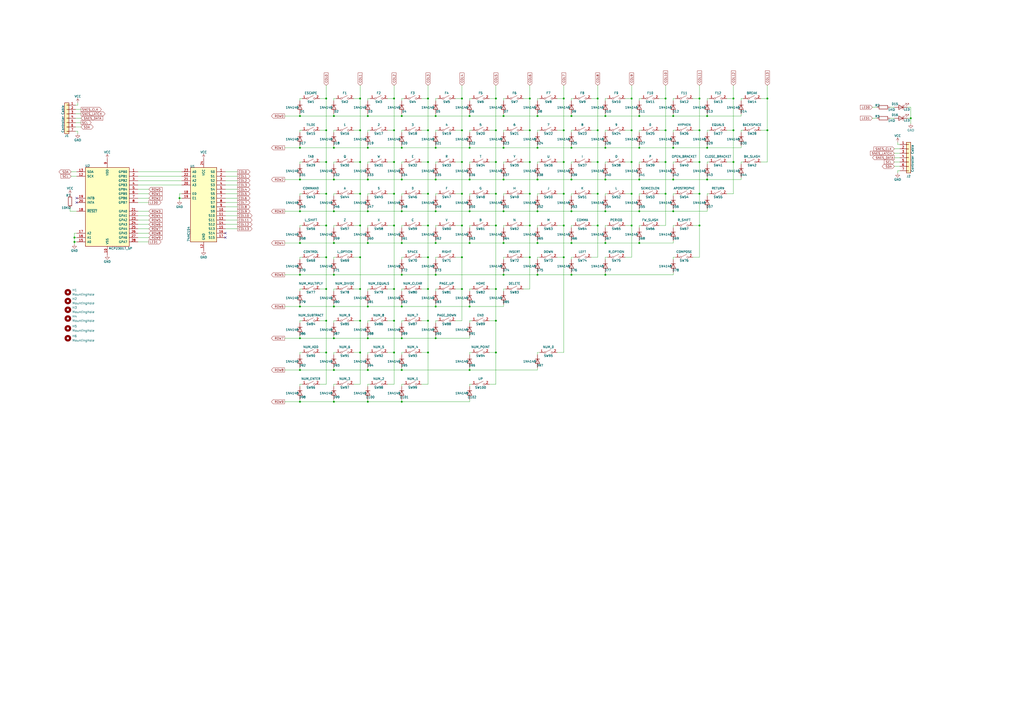
<source format=kicad_sch>
(kicad_sch (version 20230121) (generator eeschema)
  (paper "A2")
  (junction (at 213.36 140.97))
  (junction (at 386.08 57.15))
  (junction (at 193.675 104.14))
  (junction (at 311.785 85.725))
  (junction (at 331.47 140.97))
  (junction (at 351.155 104.14))
  (junction (at 173.99 214.63))
  (junction (at 189.23 186.055))
  (junction (at 287.655 167.64))
  (junction (at 213.36 177.8))
  (junction (at 173.99 140.97))
  (junction (at 208.915 186.055))
  (junction (at 272.415 67.31))
  (junction (at 233.045 233.045))
  (junction (at 327.025 57.15))
  (junction (at 292.1 159.385))
  (junction (at 292.1 122.555))
  (junction (at 173.99 196.215))
  (junction (at 390.525 85.725))
  (junction (at 366.395 75.565))
  (junction (at 287.655 130.81))
  (junction (at 43.18 137.795))
  (junction (at 193.675 122.555))
  (junction (at 173.99 104.14))
  (junction (at 189.23 57.15))
  (junction (at 228.6 57.15))
  (junction (at 287.655 93.98))
  (junction (at 233.045 104.14))
  (junction (at 327.025 130.81))
  (junction (at 193.675 159.385))
  (junction (at 366.395 57.15))
  (junction (at 272.415 104.14))
  (junction (at 272.415 214.63))
  (junction (at 370.84 85.725))
  (junction (at 104.14 114.935))
  (junction (at 189.23 75.565))
  (junction (at 307.34 130.81))
  (junction (at 213.36 214.63))
  (junction (at 311.785 104.14))
  (junction (at 370.84 140.97))
  (junction (at 173.99 233.045))
  (junction (at 248.285 93.98))
  (junction (at 287.655 112.395))
  (junction (at 208.915 112.395))
  (junction (at 390.525 122.555))
  (junction (at 272.415 140.97))
  (junction (at 193.675 67.31))
  (junction (at 208.915 167.64))
  (junction (at 213.36 85.725))
  (junction (at 252.73 177.8))
  (junction (at 370.84 67.31))
  (junction (at 267.97 112.395))
  (junction (at 390.525 67.31))
  (junction (at 173.99 177.8))
  (junction (at 189.23 167.64))
  (junction (at 346.71 57.15))
  (junction (at 386.08 112.395))
  (junction (at 272.415 85.725))
  (junction (at 233.045 85.725))
  (junction (at 425.45 75.565))
  (junction (at 346.71 93.98))
  (junction (at 252.73 196.215))
  (junction (at 248.285 167.64))
  (junction (at 228.6 204.47))
  (junction (at 346.71 75.565))
  (junction (at 386.08 75.565))
  (junction (at 366.395 130.81))
  (junction (at 331.47 159.385))
  (junction (at 445.135 75.565))
  (junction (at 311.785 67.31))
  (junction (at 287.655 186.055))
  (junction (at 193.675 196.215))
  (junction (at 248.285 57.15))
  (junction (at 233.045 214.63))
  (junction (at 272.415 122.555))
  (junction (at 189.23 204.47))
  (junction (at 307.34 93.98))
  (junction (at 267.97 149.225))
  (junction (at 405.765 93.98))
  (junction (at 208.915 149.225))
  (junction (at 267.97 93.98))
  (junction (at 307.34 149.225))
  (junction (at 267.97 130.81))
  (junction (at 213.36 104.14))
  (junction (at 248.285 130.81))
  (junction (at 410.21 104.14))
  (junction (at 228.6 130.81))
  (junction (at 307.34 57.15))
  (junction (at 351.155 67.31))
  (junction (at 386.08 93.98))
  (junction (at 233.045 159.385))
  (junction (at 346.71 112.395))
  (junction (at 193.675 140.97))
  (junction (at 366.395 112.395))
  (junction (at 248.285 75.565))
  (junction (at 331.47 85.725))
  (junction (at 43.18 140.335))
  (junction (at 208.915 204.47))
  (junction (at 292.1 140.97))
  (junction (at 193.675 85.725))
  (junction (at 228.6 186.055))
  (junction (at 390.525 104.14))
  (junction (at 327.025 93.98))
  (junction (at 292.1 85.725))
  (junction (at 189.23 93.98))
  (junction (at 287.655 57.15))
  (junction (at 351.155 122.555))
  (junction (at 370.84 122.555))
  (junction (at 213.36 122.555))
  (junction (at 327.025 112.395))
  (junction (at 405.765 130.81))
  (junction (at 252.73 104.14))
  (junction (at 292.1 67.31))
  (junction (at 189.23 149.225))
  (junction (at 252.73 140.97))
  (junction (at 370.84 104.14))
  (junction (at 173.99 122.555))
  (junction (at 248.285 204.47))
  (junction (at 228.6 93.98))
  (junction (at 233.045 122.555))
  (junction (at 331.47 67.31))
  (junction (at 331.47 104.14))
  (junction (at 405.765 75.565))
  (junction (at 410.21 67.31))
  (junction (at 252.73 122.555))
  (junction (at 528.32 68.58))
  (junction (at 311.785 140.97))
  (junction (at 228.6 167.64))
  (junction (at 189.23 112.395))
  (junction (at 252.73 159.385))
  (junction (at 327.025 75.565))
  (junction (at 267.97 75.565))
  (junction (at 208.915 130.81))
  (junction (at 193.675 177.8))
  (junction (at 248.285 186.055))
  (junction (at 425.45 57.15))
  (junction (at 193.675 214.63))
  (junction (at 173.99 159.385))
  (junction (at 311.785 159.385))
  (junction (at 173.99 85.725))
  (junction (at 228.6 112.395))
  (junction (at 213.36 196.215))
  (junction (at 213.36 67.31))
  (junction (at 351.155 159.385))
  (junction (at 248.285 149.225))
  (junction (at 252.73 85.725))
  (junction (at 445.135 57.15))
  (junction (at 287.655 204.47))
  (junction (at 208.915 93.98))
  (junction (at 405.765 57.15))
  (junction (at 327.025 149.225))
  (junction (at 233.045 196.215))
  (junction (at 208.915 75.565))
  (junction (at 307.34 75.565))
  (junction (at 267.97 57.15))
  (junction (at 228.6 75.565))
  (junction (at 233.045 177.8))
  (junction (at 208.915 57.15))
  (junction (at 292.1 104.14))
  (junction (at 307.34 112.395))
  (junction (at 213.36 233.045))
  (junction (at 267.97 167.64))
  (junction (at 233.045 140.97))
  (junction (at 233.045 67.31))
  (junction (at 272.415 177.8))
  (junction (at 189.23 130.81))
  (junction (at 351.155 140.97))
  (junction (at 425.45 93.98))
  (junction (at 331.47 122.555))
  (junction (at 366.395 93.98))
  (junction (at 410.21 85.725))
  (junction (at 252.73 67.31))
  (junction (at 405.765 112.395))
  (junction (at 351.155 85.725))
  (junction (at 346.71 130.81))
  (junction (at 287.655 75.565))
  (junction (at 248.285 112.395))
  (junction (at 311.785 122.555))
  (junction (at 193.675 233.045))
  (junction (at 173.99 67.31))
  (no_connect (at 130.81 137.795))
  (no_connect (at 44.45 117.475))
  (no_connect (at 130.81 135.255))
  (no_connect (at 44.45 114.935))
  (wire (pts (xy 351.155 84.455) (xy 351.155 85.725)))
  (wire (pts (xy 370.84 104.14) (xy 390.525 104.14)))
  (wire (pts (xy 173.99 84.455) (xy 173.99 85.725)))
  (wire (pts (xy 410.21 84.455) (xy 410.21 85.725)))
  (wire (pts (xy 386.08 49.53) (xy 386.08 57.15)))
  (wire (pts (xy 252.73 149.225) (xy 254 149.225)))
  (wire (pts (xy 323.215 112.395) (xy 327.025 112.395)))
  (wire (pts (xy 185.42 149.225) (xy 189.23 149.225)))
  (wire (pts (xy 43.18 140.335) (xy 44.45 140.335)))
  (wire (pts (xy 421.64 75.565) (xy 425.45 75.565)))
  (wire (pts (xy 351.155 76.835) (xy 351.155 75.565)))
  (wire (pts (xy 351.155 112.395) (xy 352.425 112.395)))
  (wire (pts (xy 351.155 58.42) (xy 351.155 57.15)))
  (wire (pts (xy 362.585 93.98) (xy 366.395 93.98)))
  (wire (pts (xy 213.36 132.08) (xy 213.36 130.81)))
  (wire (pts (xy 351.155 85.725) (xy 370.84 85.725)))
  (wire (pts (xy 189.23 130.81) (xy 189.23 149.225)))
  (wire (pts (xy 410.21 121.285) (xy 410.21 122.555)))
  (wire (pts (xy 193.675 149.225) (xy 194.945 149.225)))
  (wire (pts (xy 518.795 91.44) (xy 521.97 91.44)))
  (wire (pts (xy 173.99 57.15) (xy 175.26 57.15)))
  (wire (pts (xy 346.71 57.15) (xy 346.71 75.565)))
  (wire (pts (xy 521.97 99.06) (xy 520.7 99.06)))
  (wire (pts (xy 228.6 75.565) (xy 228.6 93.98)))
  (wire (pts (xy 213.36 76.835) (xy 213.36 75.565)))
  (wire (pts (xy 205.105 186.055) (xy 208.915 186.055)))
  (wire (pts (xy 233.045 66.04) (xy 233.045 67.31)))
  (wire (pts (xy 208.915 130.81) (xy 208.915 149.225)))
  (wire (pts (xy 272.415 132.08) (xy 272.415 130.81)))
  (wire (pts (xy 213.36 67.31) (xy 233.045 67.31)))
  (wire (pts (xy 173.99 102.87) (xy 173.99 104.14)))
  (wire (pts (xy 193.675 176.53) (xy 193.675 177.8)))
  (wire (pts (xy 233.045 112.395) (xy 234.315 112.395)))
  (wire (pts (xy 386.08 112.395) (xy 386.08 130.81)))
  (wire (pts (xy 233.045 177.8) (xy 252.73 177.8)))
  (wire (pts (xy 213.36 214.63) (xy 233.045 214.63)))
  (wire (pts (xy 248.285 49.53) (xy 248.285 57.15)))
  (wire (pts (xy 307.34 130.81) (xy 307.34 149.225)))
  (wire (pts (xy 189.23 112.395) (xy 189.23 130.81)))
  (wire (pts (xy 193.675 194.945) (xy 193.675 196.215)))
  (wire (pts (xy 213.36 194.945) (xy 213.36 196.215)))
  (wire (pts (xy 252.73 93.98) (xy 254 93.98)))
  (wire (pts (xy 252.73 112.395) (xy 254 112.395)))
  (wire (pts (xy 224.79 222.885) (xy 228.6 222.885)))
  (wire (pts (xy 213.36 186.055) (xy 214.63 186.055)))
  (wire (pts (xy 331.47 121.285) (xy 331.47 122.555)))
  (wire (pts (xy 233.045 204.47) (xy 234.315 204.47)))
  (wire (pts (xy 43.815 73.66) (xy 46.99 73.66)))
  (wire (pts (xy 264.16 186.055) (xy 267.97 186.055)))
  (wire (pts (xy 80.01 102.235) (xy 105.41 102.235)))
  (wire (pts (xy 516.255 68.58) (xy 518.795 68.58)))
  (wire (pts (xy 173.99 140.97) (xy 193.675 140.97)))
  (wire (pts (xy 429.895 84.455) (xy 429.895 85.725)))
  (wire (pts (xy 248.285 149.225) (xy 248.285 167.64)))
  (wire (pts (xy 292.1 112.395) (xy 293.37 112.395)))
  (wire (pts (xy 224.79 130.81) (xy 228.6 130.81)))
  (wire (pts (xy 213.36 84.455) (xy 213.36 85.725)))
  (wire (pts (xy 46.99 66.04) (xy 43.815 66.04)))
  (wire (pts (xy 233.045 187.325) (xy 233.045 186.055)))
  (wire (pts (xy 272.415 112.395) (xy 273.685 112.395)))
  (wire (pts (xy 233.045 122.555) (xy 252.73 122.555)))
  (wire (pts (xy 311.785 158.115) (xy 311.785 159.385)))
  (wire (pts (xy 205.105 204.47) (xy 208.915 204.47)))
  (wire (pts (xy 327.025 93.98) (xy 327.025 112.395)))
  (wire (pts (xy 292.1 122.555) (xy 311.785 122.555)))
  (wire (pts (xy 445.135 49.53) (xy 445.135 57.15)))
  (wire (pts (xy 233.045 113.665) (xy 233.045 112.395)))
  (wire (pts (xy 429.895 93.98) (xy 431.165 93.98)))
  (wire (pts (xy 193.675 132.08) (xy 193.675 130.81)))
  (wire (pts (xy 248.285 93.98) (xy 248.285 112.395)))
  (wire (pts (xy 303.53 130.81) (xy 307.34 130.81)))
  (wire (pts (xy 327.025 57.15) (xy 327.025 75.565)))
  (wire (pts (xy 441.325 57.15) (xy 445.135 57.15)))
  (wire (pts (xy 370.84 113.665) (xy 370.84 112.395)))
  (wire (pts (xy 193.675 66.04) (xy 193.675 67.31)))
  (wire (pts (xy 272.415 167.64) (xy 273.685 167.64)))
  (wire (pts (xy 264.16 75.565) (xy 267.97 75.565)))
  (wire (pts (xy 205.105 57.15) (xy 208.915 57.15)))
  (wire (pts (xy 429.895 57.15) (xy 431.165 57.15)))
  (wire (pts (xy 272.415 177.8) (xy 292.1 177.8)))
  (wire (pts (xy 342.9 75.565) (xy 346.71 75.565)))
  (wire (pts (xy 351.155 158.115) (xy 351.155 159.385)))
  (wire (pts (xy 425.45 75.565) (xy 425.45 93.98)))
  (wire (pts (xy 213.36 113.665) (xy 213.36 112.395)))
  (wire (pts (xy 386.08 75.565) (xy 386.08 93.98)))
  (wire (pts (xy 193.675 104.14) (xy 213.36 104.14)))
  (wire (pts (xy 252.73 150.495) (xy 252.73 149.225)))
  (wire (pts (xy 193.675 140.97) (xy 213.36 140.97)))
  (wire (pts (xy 193.675 84.455) (xy 193.675 85.725)))
  (wire (pts (xy 311.785 150.495) (xy 311.785 149.225)))
  (wire (pts (xy 441.325 93.98) (xy 445.135 93.98)))
  (wire (pts (xy 86.36 109.855) (xy 80.01 109.855)))
  (wire (pts (xy 244.475 186.055) (xy 248.285 186.055)))
  (wire (pts (xy 248.285 75.565) (xy 248.285 93.98)))
  (wire (pts (xy 233.045 139.7) (xy 233.045 140.97)))
  (wire (pts (xy 224.79 186.055) (xy 228.6 186.055)))
  (wire (pts (xy 213.36 176.53) (xy 213.36 177.8)))
  (wire (pts (xy 252.73 168.91) (xy 252.73 167.64)))
  (wire (pts (xy 272.415 222.885) (xy 273.685 222.885)))
  (wire (pts (xy 233.045 231.775) (xy 233.045 233.045)))
  (wire (pts (xy 342.9 57.15) (xy 346.71 57.15)))
  (wire (pts (xy 165.1 140.97) (xy 173.99 140.97)))
  (wire (pts (xy 185.42 75.565) (xy 189.23 75.565)))
  (wire (pts (xy 292.1 84.455) (xy 292.1 85.725)))
  (wire (pts (xy 370.84 66.04) (xy 370.84 67.31)))
  (wire (pts (xy 213.36 75.565) (xy 214.63 75.565)))
  (wire (pts (xy 173.99 196.215) (xy 193.675 196.215)))
  (wire (pts (xy 390.525 85.725) (xy 410.21 85.725)))
  (wire (pts (xy 165.1 67.31) (xy 173.99 67.31)))
  (wire (pts (xy 193.675 130.81) (xy 194.945 130.81)))
  (wire (pts (xy 410.21 104.14) (xy 429.895 104.14)))
  (wire (pts (xy 342.9 112.395) (xy 346.71 112.395)))
  (wire (pts (xy 213.36 205.74) (xy 213.36 204.47)))
  (wire (pts (xy 233.045 186.055) (xy 234.315 186.055)))
  (wire (pts (xy 173.99 214.63) (xy 193.675 214.63)))
  (wire (pts (xy 425.45 57.15) (xy 425.45 75.565)))
  (wire (pts (xy 311.785 159.385) (xy 331.47 159.385)))
  (wire (pts (xy 86.36 130.175) (xy 80.01 130.175)))
  (wire (pts (xy 346.71 75.565) (xy 346.71 93.98)))
  (wire (pts (xy 173.99 205.74) (xy 173.99 204.47)))
  (wire (pts (xy 346.71 130.81) (xy 346.71 149.225)))
  (wire (pts (xy 213.36 196.215) (xy 233.045 196.215)))
  (wire (pts (xy 342.9 93.98) (xy 346.71 93.98)))
  (wire (pts (xy 189.23 49.53) (xy 189.23 57.15)))
  (wire (pts (xy 390.525 113.665) (xy 390.525 112.395)))
  (wire (pts (xy 292.1 168.91) (xy 292.1 167.64)))
  (wire (pts (xy 228.6 167.64) (xy 228.6 186.055)))
  (wire (pts (xy 331.47 112.395) (xy 332.74 112.395)))
  (wire (pts (xy 292.1 132.08) (xy 292.1 130.81)))
  (wire (pts (xy 307.34 75.565) (xy 307.34 93.98)))
  (wire (pts (xy 252.73 76.835) (xy 252.73 75.565)))
  (wire (pts (xy 311.785 85.725) (xy 331.47 85.725)))
  (wire (pts (xy 370.84 130.81) (xy 372.11 130.81)))
  (wire (pts (xy 233.045 158.115) (xy 233.045 159.385)))
  (wire (pts (xy 173.99 130.81) (xy 175.26 130.81)))
  (wire (pts (xy 173.99 176.53) (xy 173.99 177.8)))
  (wire (pts (xy 233.045 168.91) (xy 233.045 167.64)))
  (wire (pts (xy 80.01 104.775) (xy 105.41 104.775)))
  (wire (pts (xy 386.08 93.98) (xy 386.08 112.395)))
  (wire (pts (xy 331.47 140.97) (xy 351.155 140.97)))
  (wire (pts (xy 137.795 120.015) (xy 130.81 120.015)))
  (wire (pts (xy 165.1 233.045) (xy 173.99 233.045)))
  (wire (pts (xy 213.36 167.64) (xy 214.63 167.64)))
  (wire (pts (xy 233.045 95.25) (xy 233.045 93.98)))
  (wire (pts (xy 518.795 86.36) (xy 521.97 86.36)))
  (wire (pts (xy 233.045 130.81) (xy 234.315 130.81)))
  (wire (pts (xy 43.815 60.96) (xy 45.085 60.96)))
  (wire (pts (xy 272.415 58.42) (xy 272.415 57.15)))
  (wire (pts (xy 137.795 122.555) (xy 130.81 122.555)))
  (wire (pts (xy 213.36 231.775) (xy 213.36 233.045)))
  (wire (pts (xy 287.655 49.53) (xy 287.655 57.15)))
  (wire (pts (xy 362.585 57.15) (xy 366.395 57.15)))
  (wire (pts (xy 382.27 112.395) (xy 386.08 112.395)))
  (wire (pts (xy 165.1 122.555) (xy 173.99 122.555)))
  (wire (pts (xy 283.845 75.565) (xy 287.655 75.565)))
  (wire (pts (xy 390.525 139.7) (xy 390.525 140.97)))
  (wire (pts (xy 272.415 168.91) (xy 272.415 167.64)))
  (wire (pts (xy 429.895 58.42) (xy 429.895 57.15)))
  (wire (pts (xy 292.1 149.225) (xy 293.37 149.225)))
  (wire (pts (xy 351.155 113.665) (xy 351.155 112.395)))
  (wire (pts (xy 292.1 95.25) (xy 292.1 93.98)))
  (wire (pts (xy 43.815 76.2) (xy 45.085 76.2)))
  (wire (pts (xy 137.795 125.095) (xy 130.81 125.095)))
  (wire (pts (xy 252.73 194.945) (xy 252.73 196.215)))
  (wire (pts (xy 410.21 57.15) (xy 411.48 57.15)))
  (wire (pts (xy 86.36 117.475) (xy 80.01 117.475)))
  (wire (pts (xy 272.415 205.74) (xy 272.415 204.47)))
  (wire (pts (xy 390.525 130.81) (xy 391.795 130.81)))
  (wire (pts (xy 86.36 125.095) (xy 80.01 125.095)))
  (wire (pts (xy 518.795 88.9) (xy 521.97 88.9)))
  (wire (pts (xy 264.16 149.225) (xy 267.97 149.225)))
  (wire (pts (xy 370.84 139.7) (xy 370.84 140.97)))
  (wire (pts (xy 193.675 113.665) (xy 193.675 112.395)))
  (wire (pts (xy 283.845 93.98) (xy 287.655 93.98)))
  (wire (pts (xy 351.155 104.14) (xy 370.84 104.14)))
  (wire (pts (xy 311.785 132.08) (xy 311.785 130.81)))
  (wire (pts (xy 104.14 112.395) (xy 104.14 114.935)))
  (wire (pts (xy 173.99 139.7) (xy 173.99 140.97)))
  (wire (pts (xy 405.765 49.53) (xy 405.765 57.15)))
  (wire (pts (xy 213.36 222.885) (xy 214.63 222.885)))
  (wire (pts (xy 292.1 150.495) (xy 292.1 149.225)))
  (wire (pts (xy 390.525 66.04) (xy 390.525 67.31)))
  (wire (pts (xy 193.675 122.555) (xy 213.36 122.555)))
  (wire (pts (xy 137.795 99.695) (xy 130.81 99.695)))
  (wire (pts (xy 264.16 112.395) (xy 267.97 112.395)))
  (wire (pts (xy 272.415 122.555) (xy 292.1 122.555)))
  (wire (pts (xy 272.415 204.47) (xy 273.685 204.47)))
  (wire (pts (xy 366.395 57.15) (xy 366.395 75.565)))
  (wire (pts (xy 405.765 112.395) (xy 405.765 130.81)))
  (wire (pts (xy 382.27 93.98) (xy 386.08 93.98)))
  (wire (pts (xy 193.675 233.045) (xy 213.36 233.045)))
  (wire (pts (xy 405.765 57.15) (xy 405.765 75.565)))
  (wire (pts (xy 233.045 132.08) (xy 233.045 130.81)))
  (wire (pts (xy 331.47 132.08) (xy 331.47 130.81)))
  (wire (pts (xy 382.27 130.81) (xy 386.08 130.81)))
  (wire (pts (xy 233.045 213.36) (xy 233.045 214.63)))
  (wire (pts (xy 86.36 140.335) (xy 80.01 140.335)))
  (wire (pts (xy 331.47 122.555) (xy 351.155 122.555)))
  (wire (pts (xy 351.155 149.225) (xy 352.425 149.225)))
  (wire (pts (xy 518.795 93.98) (xy 521.97 93.98)))
  (wire (pts (xy 244.475 93.98) (xy 248.285 93.98)))
  (wire (pts (xy 205.105 75.565) (xy 208.915 75.565)))
  (wire (pts (xy 370.84 57.15) (xy 372.11 57.15)))
  (wire (pts (xy 351.155 122.555) (xy 370.84 122.555)))
  (wire (pts (xy 307.34 49.53) (xy 307.34 57.15)))
  (wire (pts (xy 228.6 49.53) (xy 228.6 57.15)))
  (wire (pts (xy 520.7 82.55) (xy 520.7 83.82)))
  (wire (pts (xy 323.215 130.81) (xy 327.025 130.81)))
  (wire (pts (xy 292.1 158.115) (xy 292.1 159.385)))
  (wire (pts (xy 252.73 75.565) (xy 254 75.565)))
  (wire (pts (xy 323.215 204.47) (xy 327.025 204.47)))
  (wire (pts (xy 362.585 130.81) (xy 366.395 130.81)))
  (wire (pts (xy 272.415 187.325) (xy 272.415 186.055)))
  (wire (pts (xy 351.155 75.565) (xy 352.425 75.565)))
  (wire (pts (xy 410.21 58.42) (xy 410.21 57.15)))
  (wire (pts (xy 224.79 75.565) (xy 228.6 75.565)))
  (wire (pts (xy 311.785 122.555) (xy 331.47 122.555)))
  (wire (pts (xy 193.675 186.055) (xy 194.945 186.055)))
  (wire (pts (xy 370.84 67.31) (xy 390.525 67.31)))
  (wire (pts (xy 410.21 112.395) (xy 411.48 112.395)))
  (wire (pts (xy 213.36 66.04) (xy 213.36 67.31)))
  (wire (pts (xy 370.84 140.97) (xy 390.525 140.97)))
  (wire (pts (xy 86.36 137.795) (xy 80.01 137.795)))
  (wire (pts (xy 233.045 102.87) (xy 233.045 104.14)))
  (wire (pts (xy 272.415 113.665) (xy 272.415 112.395)))
  (wire (pts (xy 264.16 130.81) (xy 267.97 130.81)))
  (wire (pts (xy 193.675 213.36) (xy 193.675 214.63)))
  (wire (pts (xy 331.47 76.835) (xy 331.47 75.565)))
  (wire (pts (xy 252.73 95.25) (xy 252.73 93.98)))
  (wire (pts (xy 213.36 57.15) (xy 214.63 57.15)))
  (wire (pts (xy 104.14 114.935) (xy 105.41 114.935)))
  (wire (pts (xy 213.36 102.87) (xy 213.36 104.14)))
  (wire (pts (xy 213.36 213.36) (xy 213.36 214.63)))
  (wire (pts (xy 189.23 57.15) (xy 189.23 75.565)))
  (wire (pts (xy 370.84 121.285) (xy 370.84 122.555)))
  (wire (pts (xy 233.045 57.15) (xy 234.315 57.15)))
  (wire (pts (xy 244.475 222.885) (xy 248.285 222.885)))
  (wire (pts (xy 331.47 58.42) (xy 331.47 57.15)))
  (wire (pts (xy 311.785 57.15) (xy 313.055 57.15)))
  (wire (pts (xy 331.47 102.87) (xy 331.47 104.14)))
  (wire (pts (xy 390.525 58.42) (xy 390.525 57.15)))
  (wire (pts (xy 224.79 204.47) (xy 228.6 204.47)))
  (wire (pts (xy 331.47 159.385) (xy 351.155 159.385)))
  (wire (pts (xy 346.71 49.53) (xy 346.71 57.15)))
  (wire (pts (xy 342.9 149.225) (xy 346.71 149.225)))
  (wire (pts (xy 272.415 224.155) (xy 272.415 222.885)))
  (wire (pts (xy 244.475 130.81) (xy 248.285 130.81)))
  (wire (pts (xy 401.955 93.98) (xy 405.765 93.98)))
  (wire (pts (xy 272.415 186.055) (xy 273.685 186.055)))
  (wire (pts (xy 208.915 167.64) (xy 208.915 186.055)))
  (wire (pts (xy 267.97 130.81) (xy 267.97 149.225)))
  (wire (pts (xy 208.915 112.395) (xy 208.915 130.81)))
  (wire (pts (xy 252.73 177.8) (xy 272.415 177.8)))
  (wire (pts (xy 331.47 95.25) (xy 331.47 93.98)))
  (wire (pts (xy 292.1 93.98) (xy 293.37 93.98)))
  (wire (pts (xy 185.42 204.47) (xy 189.23 204.47)))
  (wire (pts (xy 213.36 93.98) (xy 214.63 93.98)))
  (wire (pts (xy 86.36 127.635) (xy 80.01 127.635)))
  (wire (pts (xy 425.45 93.98) (xy 425.45 112.395)))
  (wire (pts (xy 80.01 99.695) (xy 105.41 99.695)))
  (wire (pts (xy 43.18 135.255) (xy 44.45 135.255)))
  (wire (pts (xy 233.045 140.97) (xy 252.73 140.97)))
  (wire (pts (xy 252.73 167.64) (xy 254 167.64)))
  (wire (pts (xy 370.84 58.42) (xy 370.84 57.15)))
  (wire (pts (xy 228.6 186.055) (xy 228.6 204.47)))
  (wire (pts (xy 248.285 130.81) (xy 248.285 149.225)))
  (wire (pts (xy 228.6 130.81) (xy 228.6 167.64)))
  (wire (pts (xy 292.1 167.64) (xy 293.37 167.64)))
  (wire (pts (xy 421.64 93.98) (xy 425.45 93.98)))
  (wire (pts (xy 173.99 95.25) (xy 173.99 93.98)))
  (wire (pts (xy 351.155 150.495) (xy 351.155 149.225)))
  (wire (pts (xy 362.585 75.565) (xy 366.395 75.565)))
  (wire (pts (xy 351.155 121.285) (xy 351.155 122.555)))
  (wire (pts (xy 370.84 102.87) (xy 370.84 104.14)))
  (wire (pts (xy 208.915 49.53) (xy 208.915 57.15)))
  (wire (pts (xy 205.105 112.395) (xy 208.915 112.395)))
  (wire (pts (xy 173.99 222.885) (xy 175.26 222.885)))
  (wire (pts (xy 272.415 84.455) (xy 272.415 85.725)))
  (wire (pts (xy 41.275 102.235) (xy 44.45 102.235)))
  (wire (pts (xy 244.475 149.225) (xy 248.285 149.225)))
  (wire (pts (xy 233.045 150.495) (xy 233.045 149.225)))
  (wire (pts (xy 173.99 67.31) (xy 193.675 67.31)))
  (wire (pts (xy 390.525 132.08) (xy 390.525 130.81)))
  (wire (pts (xy 233.045 121.285) (xy 233.045 122.555)))
  (wire (pts (xy 173.99 168.91) (xy 173.99 167.64)))
  (wire (pts (xy 264.16 93.98) (xy 267.97 93.98)))
  (wire (pts (xy 193.675 150.495) (xy 193.675 149.225)))
  (wire (pts (xy 311.785 149.225) (xy 313.055 149.225)))
  (wire (pts (xy 165.1 196.215) (xy 173.99 196.215)))
  (wire (pts (xy 311.785 67.31) (xy 331.47 67.31)))
  (wire (pts (xy 173.99 66.04) (xy 173.99 67.31)))
  (wire (pts (xy 193.675 75.565) (xy 194.945 75.565)))
  (wire (pts (xy 173.99 76.835) (xy 173.99 75.565)))
  (wire (pts (xy 390.525 75.565) (xy 391.795 75.565)))
  (wire (pts (xy 173.99 231.775) (xy 173.99 233.045)))
  (wire (pts (xy 311.785 84.455) (xy 311.785 85.725)))
  (wire (pts (xy 213.36 122.555) (xy 233.045 122.555)))
  (wire (pts (xy 46.99 68.58) (xy 43.815 68.58)))
  (wire (pts (xy 311.785 121.285) (xy 311.785 122.555)))
  (wire (pts (xy 189.23 204.47) (xy 189.23 222.885)))
  (wire (pts (xy 292.1 76.835) (xy 292.1 75.565)))
  (wire (pts (xy 410.21 66.04) (xy 410.21 67.31)))
  (wire (pts (xy 327.025 130.81) (xy 327.025 149.225)))
  (wire (pts (xy 46.99 63.5) (xy 43.815 63.5)))
  (wire (pts (xy 370.84 84.455) (xy 370.84 85.725)))
  (wire (pts (xy 401.955 149.225) (xy 405.765 149.225)))
  (wire (pts (xy 351.155 130.81) (xy 352.425 130.81)))
  (wire (pts (xy 233.045 205.74) (xy 233.045 204.47)))
  (wire (pts (xy 287.655 112.395) (xy 287.655 130.81)))
  (wire (pts (xy 526.415 68.58) (xy 528.32 68.58)))
  (wire (pts (xy 205.105 93.98) (xy 208.915 93.98)))
  (wire (pts (xy 370.84 132.08) (xy 370.84 130.81)))
  (wire (pts (xy 272.415 139.7) (xy 272.415 140.97)))
  (wire (pts (xy 303.53 57.15) (xy 307.34 57.15)))
  (wire (pts (xy 193.675 112.395) (xy 194.945 112.395)))
  (wire (pts (xy 351.155 140.97) (xy 370.84 140.97)))
  (wire (pts (xy 323.215 75.565) (xy 327.025 75.565)))
  (wire (pts (xy 382.27 75.565) (xy 386.08 75.565)))
  (wire (pts (xy 252.73 66.04) (xy 252.73 67.31)))
  (wire (pts (xy 410.21 93.98) (xy 411.48 93.98)))
  (wire (pts (xy 185.42 186.055) (xy 189.23 186.055)))
  (wire (pts (xy 86.36 114.935) (xy 80.01 114.935)))
  (wire (pts (xy 331.47 75.565) (xy 332.74 75.565)))
  (wire (pts (xy 516.255 62.23) (xy 518.795 62.23)))
  (wire (pts (xy 370.84 95.25) (xy 370.84 93.98)))
  (wire (pts (xy 351.155 159.385) (xy 390.525 159.385)))
  (wire (pts (xy 137.795 132.715) (xy 130.81 132.715)))
  (wire (pts (xy 421.64 112.395) (xy 425.45 112.395)))
  (wire (pts (xy 233.045 75.565) (xy 234.315 75.565)))
  (wire (pts (xy 173.99 187.325) (xy 173.99 186.055)))
  (wire (pts (xy 506.095 62.23) (xy 508.635 62.23)))
  (wire (pts (xy 165.1 85.725) (xy 173.99 85.725)))
  (wire (pts (xy 248.285 57.15) (xy 248.285 75.565)))
  (wire (pts (xy 185.42 167.64) (xy 189.23 167.64)))
  (wire (pts (xy 351.155 66.04) (xy 351.155 67.31)))
  (wire (pts (xy 311.785 139.7) (xy 311.785 140.97)))
  (wire (pts (xy 272.415 66.04) (xy 272.415 67.31)))
  (wire (pts (xy 173.99 122.555) (xy 193.675 122.555)))
  (wire (pts (xy 292.1 176.53) (xy 292.1 177.8)))
  (wire (pts (xy 173.99 75.565) (xy 175.26 75.565)))
  (wire (pts (xy 264.16 57.15) (xy 267.97 57.15)))
  (wire (pts (xy 390.525 104.14) (xy 410.21 104.14)))
  (wire (pts (xy 233.045 224.155) (xy 233.045 222.885)))
  (wire (pts (xy 401.955 75.565) (xy 405.765 75.565)))
  (wire (pts (xy 390.525 158.115) (xy 390.525 159.385)))
  (wire (pts (xy 370.84 122.555) (xy 390.525 122.555)))
  (wire (pts (xy 429.895 76.835) (xy 429.895 75.565)))
  (wire (pts (xy 173.99 121.285) (xy 173.99 122.555)))
  (wire (pts (xy 331.47 57.15) (xy 332.74 57.15)))
  (wire (pts (xy 43.18 137.795) (xy 44.45 137.795)))
  (wire (pts (xy 283.845 167.64) (xy 287.655 167.64)))
  (wire (pts (xy 189.23 75.565) (xy 189.23 93.98)))
  (wire (pts (xy 45.085 76.2) (xy 45.085 77.47)))
  (wire (pts (xy 213.36 139.7) (xy 213.36 140.97)))
  (wire (pts (xy 185.42 222.885) (xy 189.23 222.885)))
  (wire (pts (xy 173.99 204.47) (xy 175.26 204.47)))
  (wire (pts (xy 193.675 139.7) (xy 193.675 140.97)))
  (wire (pts (xy 40.64 120.65) (xy 40.64 122.555)))
  (wire (pts (xy 173.99 158.115) (xy 173.99 159.385)))
  (wire (pts (xy 311.785 113.665) (xy 311.785 112.395)))
  (wire (pts (xy 521.97 83.82) (xy 520.7 83.82)))
  (wire (pts (xy 327.025 112.395) (xy 327.025 130.81)))
  (wire (pts (xy 405.765 93.98) (xy 405.765 112.395)))
  (wire (pts (xy 390.525 84.455) (xy 390.525 85.725)))
  (wire (pts (xy 287.655 130.81) (xy 287.655 167.64)))
  (wire (pts (xy 233.045 233.045) (xy 272.415 233.045)))
  (wire (pts (xy 272.415 57.15) (xy 273.685 57.15)))
  (wire (pts (xy 311.785 95.25) (xy 311.785 93.98)))
  (wire (pts (xy 429.895 95.25) (xy 429.895 93.98)))
  (wire (pts (xy 248.285 167.64) (xy 248.285 186.055)))
  (wire (pts (xy 311.785 66.04) (xy 311.785 67.31)))
  (wire (pts (xy 292.1 102.87) (xy 292.1 104.14)))
  (wire (pts (xy 137.795 102.235) (xy 130.81 102.235)))
  (wire (pts (xy 208.915 93.98) (xy 208.915 112.395)))
  (wire (pts (xy 137.795 112.395) (xy 130.81 112.395)))
  (wire (pts (xy 272.415 102.87) (xy 272.415 104.14)))
  (wire (pts (xy 208.915 149.225) (xy 208.915 167.64)))
  (wire (pts (xy 272.415 75.565) (xy 273.685 75.565)))
  (wire (pts (xy 331.47 139.7) (xy 331.47 140.97)))
  (wire (pts (xy 233.045 159.385) (xy 252.73 159.385)))
  (wire (pts (xy 307.34 93.98) (xy 307.34 112.395)))
  (wire (pts (xy 283.845 130.81) (xy 287.655 130.81)))
  (wire (pts (xy 173.99 177.8) (xy 193.675 177.8)))
  (wire (pts (xy 252.73 176.53) (xy 252.73 177.8)))
  (wire (pts (xy 173.99 186.055) (xy 175.26 186.055)))
  (wire (pts (xy 327.025 75.565) (xy 327.025 93.98)))
  (wire (pts (xy 429.895 66.04) (xy 429.895 67.31)))
  (wire (pts (xy 185.42 112.395) (xy 189.23 112.395)))
  (wire (pts (xy 252.73 58.42) (xy 252.73 57.15)))
  (wire (pts (xy 233.045 167.64) (xy 234.315 167.64)))
  (wire (pts (xy 233.045 58.42) (xy 233.045 57.15)))
  (wire (pts (xy 390.525 121.285) (xy 390.525 122.555)))
  (wire (pts (xy 252.73 196.215) (xy 272.415 196.215)))
  (wire (pts (xy 292.1 75.565) (xy 293.37 75.565)))
  (wire (pts (xy 410.21 67.31) (xy 429.895 67.31)))
  (wire (pts (xy 43.18 137.795) (xy 43.18 140.335)))
  (wire (pts (xy 233.045 85.725) (xy 252.73 85.725)))
  (wire (pts (xy 311.785 102.87) (xy 311.785 104.14)))
  (wire (pts (xy 252.73 158.115) (xy 252.73 159.385)))
  (wire (pts (xy 252.73 57.15) (xy 254 57.15)))
  (wire (pts (xy 173.99 113.665) (xy 173.99 112.395)))
  (wire (pts (xy 45.085 59.69) (xy 45.085 60.96)))
  (wire (pts (xy 252.73 102.87) (xy 252.73 104.14)))
  (wire (pts (xy 267.97 167.64) (xy 267.97 186.055)))
  (wire (pts (xy 287.655 167.64) (xy 287.655 186.055)))
  (wire (pts (xy 351.155 132.08) (xy 351.155 130.81)))
  (wire (pts (xy 193.675 85.725) (xy 213.36 85.725)))
  (wire (pts (xy 401.955 57.15) (xy 405.765 57.15)))
  (wire (pts (xy 233.045 194.945) (xy 233.045 196.215)))
  (wire (pts (xy 370.84 93.98) (xy 372.11 93.98)))
  (wire (pts (xy 173.99 93.98) (xy 175.26 93.98)))
  (wire (pts (xy 193.675 205.74) (xy 193.675 204.47)))
  (wire (pts (xy 283.845 222.885) (xy 287.655 222.885)))
  (wire (pts (xy 267.97 75.565) (xy 267.97 93.98)))
  (wire (pts (xy 267.97 57.15) (xy 267.97 75.565)))
  (wire (pts (xy 311.785 76.835) (xy 311.785 75.565)))
  (wire (pts (xy 252.73 130.81) (xy 254 130.81)))
  (wire (pts (xy 41.275 99.695) (xy 44.45 99.695)))
  (wire (pts (xy 165.1 159.385) (xy 173.99 159.385)))
  (wire (pts (xy 292.1 85.725) (xy 311.785 85.725)))
  (wire (pts (xy 252.73 186.055) (xy 254 186.055)))
  (wire (pts (xy 311.785 204.47) (xy 313.055 204.47)))
  (wire (pts (xy 272.415 95.25) (xy 272.415 93.98)))
  (wire (pts (xy 252.73 139.7) (xy 252.73 140.97)))
  (wire (pts (xy 307.34 57.15) (xy 307.34 75.565)))
  (wire (pts (xy 193.675 224.155) (xy 193.675 222.885)))
  (wire (pts (xy 405.765 130.81) (xy 405.765 149.225)))
  (wire (pts (xy 173.99 85.725) (xy 193.675 85.725)))
  (wire (pts (xy 287.655 75.565) (xy 287.655 93.98)))
  (wire (pts (xy 205.105 130.81) (xy 208.915 130.81)))
  (wire (pts (xy 233.045 176.53) (xy 233.045 177.8)))
  (wire (pts (xy 292.1 139.7) (xy 292.1 140.97)))
  (wire (pts (xy 346.71 93.98) (xy 346.71 112.395)))
  (wire (pts (xy 173.99 167.64) (xy 175.26 167.64)))
  (wire (pts (xy 233.045 104.14) (xy 252.73 104.14)))
  (wire (pts (xy 252.73 159.385) (xy 292.1 159.385)))
  (wire (pts (xy 267.97 149.225) (xy 267.97 167.64)))
  (wire (pts (xy 441.325 75.565) (xy 445.135 75.565)))
  (wire (pts (xy 342.9 130.81) (xy 346.71 130.81)))
  (wire (pts (xy 213.36 177.8) (xy 233.045 177.8)))
  (wire (pts (xy 292.1 113.665) (xy 292.1 112.395)))
  (wire (pts (xy 228.6 93.98) (xy 228.6 112.395)))
  (wire (pts (xy 224.79 57.15) (xy 228.6 57.15)))
  (wire (pts (xy 267.97 112.395) (xy 267.97 130.81)))
  (wire (pts (xy 323.215 93.98) (xy 327.025 93.98)))
  (wire (pts (xy 185.42 93.98) (xy 189.23 93.98)))
  (wire (pts (xy 252.73 122.555) (xy 272.415 122.555)))
  (wire (pts (xy 425.45 49.53) (xy 425.45 57.15)))
  (wire (pts (xy 401.955 130.81) (xy 405.765 130.81)))
  (wire (pts (xy 213.36 168.91) (xy 213.36 167.64)))
  (wire (pts (xy 224.79 93.98) (xy 228.6 93.98)))
  (wire (pts (xy 267.97 49.53) (xy 267.97 57.15)))
  (wire (pts (xy 267.97 93.98) (xy 267.97 112.395)))
  (wire (pts (xy 366.395 75.565) (xy 366.395 93.98)))
  (wire (pts (xy 421.64 57.15) (xy 425.45 57.15)))
  (wire (pts (xy 287.655 57.15) (xy 287.655 75.565)))
  (wire (pts (xy 193.675 187.325) (xy 193.675 186.055)))
  (wire (pts (xy 311.785 130.81) (xy 313.055 130.81)))
  (wire (pts (xy 213.36 233.045) (xy 233.045 233.045)))
  (wire (pts (xy 311.785 104.14) (xy 331.47 104.14)))
  (wire (pts (xy 208.915 75.565) (xy 208.915 93.98)))
  (wire (pts (xy 213.36 204.47) (xy 214.63 204.47)))
  (wire (pts (xy 193.675 231.775) (xy 193.675 233.045)))
  (wire (pts (xy 208.915 57.15) (xy 208.915 75.565)))
  (wire (pts (xy 311.785 93.98) (xy 313.055 93.98)))
  (wire (pts (xy 287.655 186.055) (xy 287.655 204.47)))
  (wire (pts (xy 311.785 140.97) (xy 331.47 140.97)))
  (wire (pts (xy 272.415 231.775) (xy 272.415 233.045)))
  (wire (pts (xy 311.785 58.42) (xy 311.785 57.15)))
  (wire (pts (xy 137.795 114.935) (xy 130.81 114.935)))
  (wire (pts (xy 292.1 121.285) (xy 292.1 122.555)))
  (wire (pts (xy 351.155 67.31) (xy 370.84 67.31)))
  (wire (pts (xy 165.1 214.63) (xy 173.99 214.63)))
  (wire (pts (xy 303.53 112.395) (xy 307.34 112.395)))
  (wire (pts (xy 193.675 95.25) (xy 193.675 93.98)))
  (wire (pts (xy 252.73 113.665) (xy 252.73 112.395)))
  (wire (pts (xy 193.675 121.285) (xy 193.675 122.555)))
  (wire (pts (xy 401.955 112.395) (xy 405.765 112.395)))
  (wire (pts (xy 272.415 213.36) (xy 272.415 214.63)))
  (wire (pts (xy 445.135 57.15) (xy 445.135 75.565)))
  (wire (pts (xy 137.795 107.315) (xy 130.81 107.315)))
  (wire (pts (xy 205.105 222.885) (xy 208.915 222.885)))
  (wire (pts (xy 390.525 150.495) (xy 390.525 149.225)))
  (wire (pts (xy 528.32 62.23) (xy 528.32 68.58)))
  (wire (pts (xy 43.18 135.255) (xy 43.18 137.795)))
  (wire (pts (xy 287.655 204.47) (xy 287.655 222.885)))
  (wire (pts (xy 208.915 204.47) (xy 208.915 222.885)))
  (wire (pts (xy 213.36 140.97) (xy 233.045 140.97)))
  (wire (pts (xy 390.525 57.15) (xy 391.795 57.15)))
  (wire (pts (xy 173.99 58.42) (xy 173.99 57.15)))
  (wire (pts (xy 272.415 93.98) (xy 273.685 93.98)))
  (wire (pts (xy 351.155 93.98) (xy 352.425 93.98)))
  (wire (pts (xy 292.1 104.14) (xy 311.785 104.14)))
  (wire (pts (xy 311.785 75.565) (xy 313.055 75.565)))
  (wire (pts (xy 272.415 104.14) (xy 292.1 104.14)))
  (wire (pts (xy 244.475 167.64) (xy 248.285 167.64)))
  (wire (pts (xy 252.73 187.325) (xy 252.73 186.055)))
  (wire (pts (xy 193.675 76.835) (xy 193.675 75.565)))
  (wire (pts (xy 331.47 130.81) (xy 332.74 130.81)))
  (wire (pts (xy 228.6 112.395) (xy 228.6 130.81)))
  (wire (pts (xy 292.1 140.97) (xy 311.785 140.97)))
  (wire (pts (xy 410.21 75.565) (xy 411.48 75.565)))
  (wire (pts (xy 366.395 93.98) (xy 366.395 112.395)))
  (wire (pts (xy 252.73 121.285) (xy 252.73 122.555)))
  (wire (pts (xy 213.36 95.25) (xy 213.36 93.98)))
  (wire (pts (xy 311.785 205.74) (xy 311.785 204.47)))
  (wire (pts (xy 272.415 121.285) (xy 272.415 122.555)))
  (wire (pts (xy 193.675 158.115) (xy 193.675 159.385)))
  (wire (pts (xy 272.415 140.97) (xy 292.1 140.97)))
  (wire (pts (xy 272.415 214.63) (xy 311.785 214.63)))
  (wire (pts (xy 193.675 177.8) (xy 213.36 177.8)))
  (wire (pts (xy 272.415 176.53) (xy 272.415 177.8)))
  (wire (pts (xy 410.21 85.725) (xy 429.895 85.725)))
  (wire (pts (xy 252.73 85.725) (xy 272.415 85.725)))
  (wire (pts (xy 351.155 139.7) (xy 351.155 140.97)))
  (wire (pts (xy 193.675 67.31) (xy 213.36 67.31)))
  (wire (pts (xy 405.765 75.565) (xy 405.765 93.98)))
  (wire (pts (xy 213.36 104.14) (xy 233.045 104.14)))
  (wire (pts (xy 173.99 150.495) (xy 173.99 149.225)))
  (wire (pts (xy 205.105 149.225) (xy 208.915 149.225)))
  (wire (pts (xy 429.895 102.87) (xy 429.895 104.14)))
  (wire (pts (xy 80.01 107.315) (xy 105.41 107.315)))
  (wire (pts (xy 193.675 159.385) (xy 233.045 159.385)))
  (wire (pts (xy 311.785 213.36) (xy 311.785 214.63)))
  (wire (pts (xy 370.84 76.835) (xy 370.84 75.565)))
  (wire (pts (xy 370.84 75.565) (xy 372.11 75.565)))
  (wire (pts (xy 233.045 149.225) (xy 234.315 149.225)))
  (wire (pts (xy 331.47 150.495) (xy 331.47 149.225)))
  (wire (pts (xy 224.79 112.395) (xy 228.6 112.395)))
  (wire (pts (xy 429.895 75.565) (xy 431.165 75.565)))
  (wire (pts (xy 189.23 93.98) (xy 189.23 112.395)))
  (wire (pts (xy 303.53 75.565) (xy 307.34 75.565)))
  (wire (pts (xy 390.525 102.87) (xy 390.525 104.14)))
  (wire (pts (xy 137.795 104.775) (xy 130.81 104.775)))
  (wire (pts (xy 213.36 112.395) (xy 214.63 112.395)))
  (wire (pts (xy 228.6 204.47) (xy 228.6 222.885)))
  (wire (pts (xy 86.36 112.395) (xy 80.01 112.395)))
  (wire (pts (xy 366.395 49.53) (xy 366.395 57.15)))
  (wire (pts (xy 193.675 93.98) (xy 194.945 93.98)))
  (wire (pts (xy 213.36 121.285) (xy 213.36 122.555)))
  (wire (pts (xy 137.795 117.475) (xy 130.81 117.475)))
  (wire (pts (xy 362.585 149.225) (xy 366.395 149.225)))
  (wire (pts (xy 193.675 196.215) (xy 213.36 196.215)))
  (wire (pts (xy 173.99 213.36) (xy 173.99 214.63)))
  (wire (pts (xy 173.99 104.14) (xy 193.675 104.14)))
  (wire (pts (xy 410.21 113.665) (xy 410.21 112.395)))
  (wire (pts (xy 346.71 112.395) (xy 346.71 130.81)))
  (wire (pts (xy 193.675 102.87) (xy 193.675 104.14)))
  (wire (pts (xy 165.1 104.14) (xy 173.99 104.14)))
  (wire (pts (xy 244.475 112.395) (xy 248.285 112.395)))
  (wire (pts (xy 252.73 67.31) (xy 272.415 67.31)))
  (wire (pts (xy 104.14 112.395) (xy 105.41 112.395)))
  (wire (pts (xy 193.675 167.64) (xy 194.945 167.64)))
  (wire (pts (xy 521.97 96.52) (xy 518.795 96.52)))
  (wire (pts (xy 292.1 130.81) (xy 293.37 130.81)))
  (wire (pts (xy 390.525 93.98) (xy 391.795 93.98)))
  (wire (pts (xy 173.99 224.155) (xy 173.99 222.885)))
  (wire (pts (xy 173.99 233.045) (xy 193.675 233.045)))
  (wire (pts (xy 233.045 67.31) (xy 252.73 67.31)))
  (wire (pts (xy 303.53 93.98) (xy 307.34 93.98)))
  (wire (pts (xy 327.025 149.225) (xy 327.025 204.47)))
  (wire (pts (xy 193.675 222.885) (xy 194.945 222.885)))
  (wire (pts (xy 390.525 95.25) (xy 390.525 93.98)))
  (wire (pts (xy 193.675 168.91) (xy 193.675 167.64)))
  (wire (pts (xy 323.215 149.225) (xy 327.025 149.225)))
  (wire (pts (xy 331.47 158.115) (xy 331.47 159.385)))
  (wire (pts (xy 386.08 57.15) (xy 386.08 75.565)))
  (wire (pts (xy 351.155 57.15) (xy 352.425 57.15)))
  (wire (pts (xy 137.795 109.855) (xy 130.81 109.855)))
  (wire (pts (xy 189.23 167.64) (xy 189.23 186.055)))
  (wire (pts (xy 331.47 93.98) (xy 332.74 93.98)))
  (wire (pts (xy 252.73 104.14) (xy 272.415 104.14)))
  (wire (pts (xy 248.285 112.395) (xy 248.285 130.81)))
  (wire (pts (xy 410.21 102.87) (xy 410.21 104.14)))
  (wire (pts (xy 362.585 112.395) (xy 366.395 112.395)))
  (wire (pts (xy 410.21 95.25) (xy 410.21 93.98)))
  (wire (pts (xy 233.045 214.63) (xy 272.415 214.63)))
  (wire (pts (xy 208.915 186.055) (xy 208.915 204.47)))
  (wire (pts (xy 213.36 85.725) (xy 233.045 85.725)))
  (wire (pts (xy 331.47 113.665) (xy 331.47 112.395)))
  (wire (pts (xy 390.525 149.225) (xy 391.795 149.225)))
  (wire (pts (xy 244.475 204.47) (xy 248.285 204.47)))
  (wire (pts (xy 287.655 93.98) (xy 287.655 112.395)))
  (wire (pts (xy 43.18 140.335) (xy 43.18 141.605)))
  (wire (pts (xy 46.99 71.12) (xy 43.815 71.12)))
  (wire (pts (xy 173.99 194.945) (xy 173.99 196.215)))
  (wire (pts (xy 213.36 130.81) (xy 214.63 130.81)))
  (wire (pts (xy 331.47 66.04) (xy 331.47 67.31)))
  (wire (pts (xy 331.47 85.725) (xy 351.155 85.725)))
  (wire (pts (xy 272.415 85.725) (xy 292.1 85.725)))
  (wire (pts (xy 292.1 57.15) (xy 293.37 57.15)))
  (wire (pts (xy 252.73 132.08) (xy 252.73 130.81)))
  (wire (pts (xy 528.32 68.58) (xy 528.32 71.755)))
  (wire (pts (xy 165.1 177.8) (xy 173.99 177.8)))
  (wire (pts (xy 233.045 93.98) (xy 234.315 93.98)))
  (wire (pts (xy 307.34 112.395) (xy 307.34 130.81)))
  (wire (pts (xy 252.73 140.97) (xy 272.415 140.97)))
  (wire (pts (xy 331.47 84.455) (xy 331.47 85.725)))
  (wire (pts (xy 292.1 159.385) (xy 311.785 159.385)))
  (wire (pts (xy 173.99 132.08) (xy 173.99 130.81)))
  (wire (pts (xy 193.675 204.47) (xy 194.945 204.47)))
  (wire (pts (xy 283.845 57.15) (xy 287.655 57.15)))
  (wire (pts (xy 506.095 68.58) (xy 508.635 68.58)))
  (wire (pts (xy 292.1 66.04) (xy 292.1 67.31)))
  (wire (pts (xy 303.53 149.225) (xy 307.34 149.225)))
  (wire (pts (xy 248.285 204.47) (xy 248.285 222.885)))
  (wire (pts (xy 390.525 122.555) (xy 410.21 122.555)))
  (wire (pts (xy 193.675 57.15) (xy 194.945 57.15)))
  (wire (pts (xy 331.47 149.225) (xy 332.74 149.225)))
  (wire (pts (xy 370.84 112.395) (xy 372.11 112.395)))
  (wire (pts (xy 390.525 76.835) (xy 390.525 75.565)))
  (wire (pts (xy 233.045 196.215) (xy 252.73 196.215)))
  (wire (pts (xy 264.16 167.64) (xy 267.97 167.64)))
  (wire (pts (xy 272.415 67.31) (xy 292.1 67.31)))
  (wire (pts (xy 244.475 57.15) (xy 248.285 57.15)))
  (wire (pts (xy 137.795 127.635) (xy 130.81 127.635)))
  (wire (pts (xy 520.7 99.06) (xy 520.7 100.33)))
  (wire (pts (xy 185.42 130.81) (xy 189.23 130.81)))
  (wire (pts (xy 272.415 194.945) (xy 272.415 196.215)))
  (wire (pts (xy 189.23 149.225) (xy 189.23 167.64)))
  (wire (pts (xy 272.415 76.835) (xy 272.415 75.565)))
  (wire (pts (xy 213.36 224.155) (xy 213.36 222.885)))
  (wire (pts (xy 40.64 122.555) (xy 44.45 122.555)))
  (wire (pts (xy 224.79 167.64) (xy 228.6 167.64)))
  (wire (pts (xy 193.675 214.63) (xy 213.36 214.63)))
  (wire (pts (xy 248.285 186.055) (xy 248.285 204.47)))
  (wire (pts (xy 410.21 76.835) (xy 410.21 75.565)))
  (wire (pts (xy 366.395 130.81) (xy 366.395 149.225)))
  (wire (pts (xy 272.415 130.81) (xy 273.685 130.81)))
  (wire (pts (xy 233.045 222.885) (xy 234.315 222.885)))
  (wire (pts (xy 86.36 135.255) (xy 80.01 135.255)))
  (wire (pts (xy 292.1 58.42) (xy 292.1 57.15)))
  (wire (pts (xy 86.36 132.715) (xy 80.01 132.715)))
  (wire (pts (xy 331.47 67.31) (xy 351.155 67.31)))
  (wire (pts (xy 213.36 187.325) (xy 213.36 186.055)))
  (wire (pts (xy 382.27 57.15) (xy 386.08 57.15)))
  (wire (pts (xy 233.045 75.565) (xy 233.045 76.835)))
  (wire (pts (xy 311.785 112.395) (xy 313.055 112.395)))
  (wire (pts (xy 445.135 75.565) (xy 445.135 93.98)))
  (wire (pts (xy 137.795 130.175) (xy 130.81 130.175)))
  (wire (pts (xy 228.6 57.15) (xy 228.6 75.565)))
  (wire (pts (xy 370.84 85.725) (xy 390.525 85.725)))
  (wire (pts (xy 366.395 112.395) (xy 366.395 130.81)))
  (wire (pts (xy 86.36 122.555) (xy 80.01 122.555)))
  (wire (pts (xy 323.215 57.15) (xy 327.025 57.15)))
  (wire (pts (xy 185.42 57.15) (xy 189.23 57.15)))
  (wire (pts (xy 213.36 58.42) (xy 213.36 57.15)))
  (wire (pts (xy 307.34 149.225) (xy 307.34 167.64)))
  (wire (pts (xy 390.525 67.31) (xy 410.21 67.31)))
  (wire (pts (xy 283.845 112.395) (xy 287.655 112.395)))
  (wire (pts (xy 526.415 62.23) (xy 528.32 62.23)))
  (wire (pts (xy 205.105 167.64) (xy 208.915 167.64)))
  (wire (pts (xy 303.53 167.64) (xy 307.34 167.64)))
  (wire (pts (xy 351.155 102.87) (xy 351.155 104.14)))
  (wire (pts (xy 173.99 149.225) (xy 175.26 149.225)))
  (wire (pts (xy 244.475 75.565) (xy 248.285 75.565)))
  (wire (pts (xy 292.1 67.31) (xy 311.785 67.31)))
  (wire (pts (xy 173.99 112.395) (xy 175.26 112.395)))
  (wire (pts (xy 351.155 95.25) (xy 351.155 93.98)))
  (wire (pts (xy 104.14 114.935) (xy 104.14 116.205)))
  (wire (pts (xy 390.525 112.395) (xy 391.795 112.395)))
  (wire (pts (xy 283.845 186.055) (xy 287.655 186.055)))
  (wire (pts (xy 283.845 204.47) (xy 287.655 204.47)))
  (wire (pts (xy 233.045 84.455) (xy 233.045 85.725)))
  (wire (pts (xy 252.73 84.455) (xy 252.73 85.725)))
  (wire (pts (xy 327.025 49.53) (xy 327.025 57.15)))
  (wire (pts (xy 331.47 104.14) (xy 351.155 104.14)))
  (wire (pts (xy 189.23 186.055) (xy 189.23 204.47)))
  (wire (pts (xy 193.675 58.42) (xy 193.675 57.15)))
  (wire (pts (xy 173.99 159.385) (xy 193.675 159.385)))
  (global_label "COL8" (shape input) (at 346.71 49.53 90) (property "Intersheetrefs" "${INTERSHEET_REFS}" (effects hide)))
  (global_label "COL0" (shape input) (at 189.23 49.53 90) (property "Intersheetrefs" "${INTERSHEET_REFS}" (effects hide)))
  (global_label "COL1" (shape output) (at 137.795 102.235 0) (property "Intersheetrefs" "${INTERSHEET_REFS}" (effects hide)))
  (global_label "ROW9" (shape input) (at 86.36 137.795 0) (property "Intersheetrefs" "${INTERSHEET_REFS}" (effects hide)))
  (global_label "COL8" (shape output) (at 137.795 120.015 0) (property "Intersheetrefs" "${INTERSHEET_REFS}" (effects hide)))
  (global_label "COL9" (shape input) (at 366.395 49.53 90) (property "Intersheetrefs" "${INTERSHEET_REFS}" (effects hide)))
  (global_label "COL12" (shape output) (at 137.795 130.175 0) (property "Intersheetrefs" "${INTERSHEET_REFS}" (effects hide)))
  (global_label "COL13" (shape input) (at 445.135 49.53 90) (property "Intersheetrefs" "${INTERSHEET_REFS}" (effects hide)))
  (global_label "COL7" (shape input) (at 327.025 49.53 90) (property "Intersheetrefs" "${INTERSHEET_REFS}" (effects hide)))
  (global_label "ROW6" (shape input) (at 86.36 130.175 0) (property "Intersheetrefs" "${INTERSHEET_REFS}" (effects hide)))
  (global_label "COL12" (shape input) (at 425.45 49.53 90) (property "Intersheetrefs" "${INTERSHEET_REFS}" (effects hide)))
  (global_label "LED0" (shape input) (at 506.095 62.23 180) (property "Intersheetrefs" "${INTERSHEET_REFS}" (effects hide)))
  (global_label "SDA" (shape bidirectional) (at 518.795 96.52 180) (property "Intersheetrefs" "${INTERSHEET_REFS}" (effects hide)))
  (global_label "LED1" (shape output) (at 86.36 140.335 0) (property "Intersheetrefs" "${INTERSHEET_REFS}" (effects hide)))
  (global_label "COL4" (shape output) (at 137.795 109.855 0) (property "Intersheetrefs" "${INTERSHEET_REFS}" (effects hide)))
  (global_label "SNES_LATCH" (shape output) (at 46.99 66.04 0) (property "Intersheetrefs" "${INTERSHEET_REFS}" (effects hide)))
  (global_label "COL5" (shape input) (at 287.655 49.53 90) (property "Intersheetrefs" "${INTERSHEET_REFS}" (effects hide)))
  (global_label "LED0" (shape output) (at 86.36 117.475 0) (property "Intersheetrefs" "${INTERSHEET_REFS}" (effects hide)))
  (global_label "SCL" (shape output) (at 46.99 71.12 0) (property "Intersheetrefs" "${INTERSHEET_REFS}" (effects hide)))
  (global_label "COL11" (shape output) (at 137.795 127.635 0) (property "Intersheetrefs" "${INTERSHEET_REFS}" (effects hide)))
  (global_label "COL6" (shape output) (at 137.795 114.935 0) (property "Intersheetrefs" "${INTERSHEET_REFS}" (effects hide)))
  (global_label "COL2" (shape input) (at 228.6 49.53 90) (property "Intersheetrefs" "${INTERSHEET_REFS}" (effects hide)))
  (global_label "SCL" (shape input) (at 518.795 93.98 180) (property "Intersheetrefs" "${INTERSHEET_REFS}" (effects hide)))
  (global_label "ROW9" (shape output) (at 165.1 233.045 180) (property "Intersheetrefs" "${INTERSHEET_REFS}" (effects hide)))
  (global_label "ROW8" (shape output) (at 165.1 214.63 180) (property "Intersheetrefs" "${INTERSHEET_REFS}" (effects hide)))
  (global_label "LED1" (shape input) (at 506.095 68.58 180) (property "Intersheetrefs" "${INTERSHEET_REFS}" (effects hide)))
  (global_label "ROW8" (shape input) (at 86.36 135.255 0) (property "Intersheetrefs" "${INTERSHEET_REFS}" (effects hide)))
  (global_label "COL3" (shape output) (at 137.795 107.315 0) (property "Intersheetrefs" "${INTERSHEET_REFS}" (effects hide)))
  (global_label "COL11" (shape input) (at 405.765 49.53 90) (property "Intersheetrefs" "${INTERSHEET_REFS}" (effects hide)))
  (global_label "ROW0" (shape output) (at 165.1 67.31 180) (property "Intersheetrefs" "${INTERSHEET_REFS}" (effects hide)))
  (global_label "COL4" (shape input) (at 267.97 49.53 90) (property "Intersheetrefs" "${INTERSHEET_REFS}" (effects hide)))
  (global_label "SNES_CLK" (shape output) (at 46.99 63.5 0) (property "Intersheetrefs" "${INTERSHEET_REFS}" (effects hide)))
  (global_label "SDA" (shape bidirectional) (at 46.99 73.66 0) (property "Intersheetrefs" "${INTERSHEET_REFS}" (effects hide)))
  (global_label "COL10" (shape output) (at 137.795 125.095 0) (property "Intersheetrefs" "${INTERSHEET_REFS}" (effects hide)))
  (global_label "ROW0" (shape input) (at 86.36 109.855 0) (property "Intersheetrefs" "${INTERSHEET_REFS}" (effects hide)))
  (global_label "SNES_LATCH" (shape input) (at 518.795 88.9 180) (property "Intersheetrefs" "${INTERSHEET_REFS}" (effects hide)))
  (global_label "SDA" (shape bidirectional) (at 41.275 99.695 180) (property "Intersheetrefs" "${INTERSHEET_REFS}" (effects hide)))
  (global_label "SNES_DATA" (shape input) (at 46.99 68.58 0) (property "Intersheetrefs" "${INTERSHEET_REFS}" (effects hide)))
  (global_label "COL0" (shape output) (at 137.795 99.695 0) (property "Intersheetrefs" "${INTERSHEET_REFS}" (effects hide)))
  (global_label "COL7" (shape output) (at 137.795 117.475 0) (property "Intersheetrefs" "${INTERSHEET_REFS}" (effects hide)))
  (global_label "ROW1" (shape input) (at 86.36 112.395 0) (property "Intersheetrefs" "${INTERSHEET_REFS}" (effects hide)))
  (global_label "ROW4" (shape output) (at 165.1 140.97 180) (property "Intersheetrefs" "${INTERSHEET_REFS}" (effects hide)))
  (global_label "COL1" (shape input) (at 208.915 49.53 90) (property "Intersheetrefs" "${INTERSHEET_REFS}" (effects hide)))
  (global_label "ROW1" (shape output) (at 165.1 85.725 180) (property "Intersheetrefs" "${INTERSHEET_REFS}" (effects hide)))
  (global_label "ROW6" (shape output) (at 165.1 177.8 180) (property "Intersheetrefs" "${INTERSHEET_REFS}" (effects hide)))
  (global_label "ROW7" (shape output) (at 165.1 196.215 180) (property "Intersheetrefs" "${INTERSHEET_REFS}" (effects hide)))
  (global_label "COL3" (shape input) (at 248.285 49.53 90) (property "Intersheetrefs" "${INTERSHEET_REFS}" (effects hide)))
  (global_label "ROW3" (shape input) (at 86.36 122.555 0) (property "Intersheetrefs" "${INTERSHEET_REFS}" (effects hide)))
  (global_label "COL2" (shape output) (at 137.795 104.775 0) (property "Intersheetrefs" "${INTERSHEET_REFS}" (effects hide)))
  (global_label "ROW3" (shape output) (at 165.1 122.555 180) (property "Intersheetrefs" "${INTERSHEET_REFS}" (effects hide)))
  (global_label "ROW2" (shape output) (at 165.1 104.14 180) (property "Intersheetrefs" "${INTERSHEET_REFS}" (effects hide)))
  (global_label "COL13" (shape output) (at 137.795 132.715 0) (property "Intersheetrefs" "${INTERSHEET_REFS}" (effects hide)))
  (global_label "ROW7" (shape input) (at 86.36 132.715 0) (property "Intersheetrefs" "${INTERSHEET_REFS}" (effects hide)))
  (global_label "ROW2" (shape input) (at 86.36 114.935 0) (property "Intersheetrefs" "${INTERSHEET_REFS}" (effects hide)))
  (global_label "SCL" (shape input) (at 41.275 102.235 180) (property "Intersheetrefs" "${INTERSHEET_REFS}" (effects hide)))
  (global_label "SNES_DATA" (shape output) (at 518.795 91.44 180) (property "Intersheetrefs" "${INTERSHEET_REFS}" (effects hide)))
  (global_label "ROW5" (shape output) (at 165.1 159.385 180) (property "Intersheetrefs" "${INTERSHEET_REFS}" (effects hide)))
  (global_label "SNES_CLK" (shape input) (at 518.795 86.36 180) (property "Intersheetrefs" "${INTERSHEET_REFS}" (effects hide)))
  (global_label "COL10" (shape input) (at 386.08 49.53 90) (property "Intersheetrefs" "${INTERSHEET_REFS}" (effects hide)))
  (global_label "COL5" (shape output) (at 137.795 112.395 0) (property "Intersheetrefs" "${INTERSHEET_REFS}" (effects hide)))
  (global_label "ROW5" (shape input) (at 86.36 127.635 0) (property "Intersheetrefs" "${INTERSHEET_REFS}" (effects hide)))
  (global_label "COL6" (shape input) (at 307.34 49.53 90) (property "Intersheetrefs" "${INTERSHEET_REFS}" (effects hide)))
  (global_label "COL9" (shape output) (at 137.795 122.555 0) (property "Intersheetrefs" "${INTERSHEET_REFS}" (effects hide)))
  (global_label "ROW4" (shape input) (at 86.36 125.095 0) (property "Intersheetrefs" "${INTERSHEET_REFS}" (effects hide)))
  (symbol (lib_id "Switch:SW_SPST") (at 278.765 75.565 0) (unit 1)
    (property "Reference" "SW20" (at 278.765 77.47 0))
    (property "Value" "5" (at 278.765 72.39 0))
    (property "Footprint" "Button_Switch_Keyboard:SW_Cherry_MX_1.00u_PCB" (effects hide))
  )
  (symbol (lib_id "Switch:SW_SPST") (at 239.395 167.64 0) (unit 1)
    (property "Reference" "SW80" (at 239.395 169.545 0))
    (property "Value" "NUM_CLEAR" (at 239.395 164.465 0))
    (property "Footprint" "Button_Switch_Keyboard:SW_Cherry_MX_1.00u_PCB" (effects hide))
  )
  (symbol (lib_id "Device:D") (at 331.47 117.475 270) (unit 1)
    (property "Reference" "D53" (at 332.9157 119.8812 90))
    (property "Value" "1N4148" (at 326.9126 117.6048 90))
    (property "Footprint" "Diode_SMD:D_SOD-323F" (effects hide))
    (property "Sim.Device" "D" (effects hide))
    (property "Sim.Pins" "1=K 2=A" (effects hide))
  )
  (symbol (lib_id "Switch:SW_SPST") (at 200.025 75.565 0) (unit 1)
    (property "Reference" "SW16" (at 200.025 77.47 0))
    (property "Value" "1" (at 200.025 72.39 0))
    (property "Footprint" "Button_Switch_Keyboard:SW_Cherry_MX_1.00u_PCB" (effects hide))
  )
  (symbol (lib_id "Device:D") (at 390.525 135.89 270) (unit 1)
    (property "Reference" "D69" (at 391.9707 138.2962 90))
    (property "Value" "1N4148" (at 385.9676 136.0198 90))
    (property "Footprint" "Diode_SMD:D_SOD-323F" (effects hide))
    (property "Sim.Device" "D" (effects hide))
    (property "Sim.Pins" "1=K 2=A" (effects hide))
  )
  (symbol (lib_id "Mechanical:MountingHole") (at 39.37 190.5 0) (unit 1)
    (property "Reference" "H5" (at 41.91 189.2299 0) (effects (justify left)))
    (property "Value" "MountingHole" (at 41.91 191.7699 0) (effects (justify left)))
    (property "Footprint" "MountingHole:MountingHole_3.2mm_M3_DIN965" (effects hide))
  )
  (symbol (lib_id "Device:D") (at 233.045 191.135 270) (unit 1)
    (property "Reference" "D89" (at 234.4907 193.5412 90))
    (property "Value" "1N4148" (at 228.4876 191.2648 90))
    (property "Footprint" "Diode_SMD:D_SOD-323F" (effects hide))
    (property "Sim.Device" "D" (effects hide))
    (property "Sim.Pins" "1=K 2=A" (effects hide))
  )
  (symbol (lib_id "Device:D") (at 193.675 99.06 270) (unit 1)
    (property "Reference" "D32" (at 195.1207 101.4662 90))
    (property "Value" "1N4148" (at 189.1176 99.1898 90))
    (property "Footprint" "Diode_SMD:D_SOD-323F" (effects hide))
    (property "Sim.Device" "D" (effects hide))
    (property "Sim.Pins" "1=K 2=A" (effects hide))
  )
  (symbol (lib_id "Switch:SW_SPST") (at 377.19 75.565 0) (unit 1)
    (property "Reference" "SW25" (at 377.19 77.47 0))
    (property "Value" "0" (at 377.19 72.39 0))
    (property "Footprint" "Button_Switch_Keyboard:SW_Cherry_MX_1.00u_PCB" (effects hide))
  )
  (symbol (lib_id "Switch:SW_SPST") (at 318.135 112.395 0) (unit 1)
    (property "Reference" "SW50" (at 318.135 114.3 0))
    (property "Value" "J" (at 318.135 109.22 0))
    (property "Footprint" "Button_Switch_Keyboard:SW_Cherry_MX_1.00u_PCB" (effects hide))
  )
  (symbol (lib_id "Device:D") (at 252.73 80.645 270) (unit 1)
    (property "Reference" "D21" (at 254.1757 83.0512 90))
    (property "Value" "1N4148" (at 248.1726 80.7748 90))
    (property "Footprint" "Diode_SMD:D_SOD-323F" (effects hide))
    (property "Sim.Device" "D" (effects hide))
    (property "Sim.Pins" "1=K 2=A" (effects hide))
  )
  (symbol (lib_id "PCM_4ms_Power-symbol:GND") (at 118.11 145.415 0) (unit 1)
    (property "Reference" "#PWR016" (effects hide))
    (property "Value" "GND" (at 118.11 149.225 0))
  )
  (symbol (lib_id "Switch:SW_SPST") (at 377.19 130.81 0) (unit 1)
    (property "Reference" "SW66" (at 377.19 132.715 0))
    (property "Value" "FW_SLASH" (at 377.19 127.635 0))
    (property "Footprint" "Button_Switch_Keyboard:SW_Cherry_MX_1.00u_PCB" (effects hide))
  )
  (symbol (lib_id "Device:D") (at 252.73 154.305 270) (unit 1)
    (property "Reference" "D73" (at 254.1757 156.7112 90))
    (property "Value" "1N4148" (at 248.1726 154.4348 90))
    (property "Footprint" "Diode_SMD:D_SOD-323F" (effects hide))
    (property "Sim.Device" "D" (effects hide))
    (property "Sim.Pins" "1=K 2=A" (effects hide))
  )
  (symbol (lib_id "Device:D") (at 173.99 62.23 270) (unit 1)
    (property "Reference" "D1" (at 175.4357 64.6362 90))
    (property "Value" "1N4148" (at 169.4326 62.3598 90))
    (property "Footprint" "Diode_SMD:D_SOD-323F" (effects hide))
    (property "Sim.Device" "D" (effects hide))
    (property "Sim.Pins" "1=K 2=A" (effects hide))
  )
  (symbol (lib_id "Device:D") (at 272.415 80.645 270) (unit 1)
    (property "Reference" "D22" (at 273.8607 83.0512 90))
    (property "Value" "1N4148" (at 267.8576 80.7748 90))
    (property "Footprint" "Diode_SMD:D_SOD-323F" (effects hide))
    (property "Sim.Device" "D" (effects hide))
    (property "Sim.Pins" "1=K 2=A" (effects hide))
  )
  (symbol (lib_id "Device:D") (at 292.1 135.89 270) (unit 1)
    (property "Reference" "D64" (at 293.5457 138.2962 90))
    (property "Value" "1N4148" (at 287.5426 136.0198 90))
    (property "Footprint" "Diode_SMD:D_SOD-323F" (effects hide))
    (property "Sim.Device" "D" (effects hide))
    (property "Sim.Pins" "1=K 2=A" (effects hide))
  )
  (symbol (lib_id "Device:D") (at 331.47 135.89 270) (unit 1)
    (property "Reference" "D66" (at 332.9157 138.2962 90))
    (property "Value" "1N4148" (at 326.9126 136.0198 90))
    (property "Footprint" "Diode_SMD:D_SOD-323F" (effects hide))
    (property "Sim.Device" "D" (effects hide))
    (property "Sim.Pins" "1=K 2=A" (effects hide))
  )
  (symbol (lib_id "Switch:SW_SPST") (at 180.34 130.81 0) (unit 1)
    (property "Reference" "SW56" (at 180.34 132.715 0))
    (property "Value" "L_SHIFT" (at 180.34 127.635 0))
    (property "Footprint" "Button_Switch_Keyboard:SW_Cherry_MX_2.25u_PCB" (effects hide))
  )
  (symbol (lib_id "Device:R") (at 40.64 116.84 0) (unit 1)
    (property "Reference" "R7" (at 38.2849 113.4408 0) (effects (justify left)))
    (property "Value" "10KΩ" (at 35.6666 120.524 0) (effects (justify left)))
    (property "Footprint" "Resistor_SMD:R_0402_1005Metric" (effects hide))
  )
  (symbol (lib_id "Device:D") (at 429.895 99.06 270) (unit 1)
    (property "Reference" "D44" (at 431.3407 101.4662 90))
    (property "Value" "1N4148" (at 425.3376 99.1898 90))
    (property "Footprint" "Diode_SMD:D_SOD-323F" (effects hide))
    (property "Sim.Device" "D" (effects hide))
    (property "Sim.Pins" "1=K 2=A" (effects hide))
  )
  (symbol (lib_id "Mechanical:MountingHole") (at 39.37 184.785 0) (unit 1)
    (property "Reference" "H4" (at 41.91 183.5149 0) (effects (justify left)))
    (property "Value" "MountingHole" (at 41.91 186.0549 0) (effects (justify left)))
    (property "Footprint" "MountingHole:MountingHole_3.2mm_M3_DIN965" (effects hide))
  )
  (symbol (lib_id "Switch:SW_SPST") (at 357.505 149.225 0) (unit 1)
    (property "Reference" "SW75" (at 357.505 151.13 0))
    (property "Value" "R_OPTION" (at 357.505 146.05 0))
    (property "Footprint" "Button_Switch_Keyboard:SW_Cherry_MX_1.75u_PCB" (effects hide))
  )
  (symbol (lib_id "Switch:SW_SPST") (at 318.135 75.565 0) (unit 1)
    (property "Reference" "SW22" (at 318.135 77.47 0))
    (property "Value" "7" (at 318.135 72.39 0))
    (property "Footprint" "Button_Switch_Keyboard:SW_Cherry_MX_1.00u_PCB" (effects hide))
  )
  (symbol (lib_id "Switch:SW_SPST") (at 219.71 93.98 0) (unit 1)
    (property "Reference" "SW31" (at 219.71 95.885 0))
    (property "Value" "W" (at 219.71 90.805 0))
    (property "Footprint" "Button_Switch_Keyboard:SW_Cherry_MX_1.00u_PCB" (effects hide))
  )
  (symbol (lib_id "Device:D") (at 331.47 80.645 270) (unit 1)
    (property "Reference" "D25" (at 332.9157 83.0512 90))
    (property "Value" "1N4148" (at 326.9126 80.7748 90))
    (property "Footprint" "Diode_SMD:D_SOD-323F" (effects hide))
    (property "Sim.Device" "D" (effects hide))
    (property "Sim.Pins" "1=K 2=A" (effects hide))
  )
  (symbol (lib_id "power:VCC") (at 40.64 113.03 0) (unit 1)
    (property "Reference" "#PWR012" (effects hide))
    (property "Value" "VCC" (at 40.64 109.22 0))
  )
  (symbol (lib_id "Switch:SW_SPST") (at 337.82 57.15 0) (unit 1)
    (property "Reference" "SW9" (at 337.82 59.055 0))
    (property "Value" "F8" (at 337.82 53.975 0))
    (property "Footprint" "Button_Switch_Keyboard:SW_Cherry_MX_1.00u_PCB" (effects hide))
  )
  (symbol (lib_id "Device:D") (at 410.21 62.23 270) (unit 1)
    (property "Reference" "D13" (at 411.6557 64.6362 90))
    (property "Value" "1N4148" (at 405.6526 62.3598 90))
    (property "Footprint" "Diode_SMD:D_SOD-323F" (effects hide))
    (property "Sim.Device" "D" (effects hide))
    (property "Sim.Pins" "1=K 2=A" (effects hide))
  )
  (symbol (lib_id "Switch:SW_SPST") (at 239.395 130.81 0) (unit 1)
    (property "Reference" "SW59" (at 239.395 132.715 0))
    (property "Value" "C" (at 239.395 127.635 0))
    (property "Footprint" "Button_Switch_Keyboard:SW_Cherry_MX_1.00u_PCB" (effects hide))
  )
  (symbol (lib_id "Device:D") (at 410.21 99.06 270) (unit 1)
    (property "Reference" "D43" (at 411.6557 101.4662 90))
    (property "Value" "1N4148" (at 405.6526 99.1898 90))
    (property "Footprint" "Diode_SMD:D_SOD-323F" (effects hide))
    (property "Sim.Device" "D" (effects hide))
    (property "Sim.Pins" "1=K 2=A" (effects hide))
  )
  (symbol (lib_id "Device:D") (at 252.73 117.475 270) (unit 1)
    (property "Reference" "D49" (at 254.1757 119.8812 90))
    (property "Value" "1N4148" (at 248.1726 117.6048 90))
    (property "Footprint" "Diode_SMD:D_SOD-323F" (effects hide))
    (property "Sim.Device" "D" (effects hide))
    (property "Sim.Pins" "1=K 2=A" (effects hide))
  )
  (symbol (lib_id "Switch:SW_SPST") (at 298.45 57.15 0) (unit 1)
    (property "Reference" "SW7" (at 298.45 59.055 0))
    (property "Value" "F6" (at 298.45 53.975 0))
    (property "Footprint" "Button_Switch_Keyboard:SW_Cherry_MX_1.00u_PCB" (effects hide))
  )
  (symbol (lib_id "PCM_4ms_Power-symbol:GND") (at 104.14 116.205 0) (unit 1)
    (property "Reference" "#PWR013" (effects hide))
    (property "Value" "GND" (at 104.14 120.015 0))
  )
  (symbol (lib_id "Switch:SW_SPST") (at 180.34 222.885 0) (unit 1)
    (property "Reference" "SW96" (at 180.34 224.79 0))
    (property "Value" "NUM_ENTER" (at 180.34 219.71 0))
    (property "Footprint" "Button_Switch_Keyboard:SW_Cherry_MX_2.00u_Vertical_PCB" (effects hide))
  )
  (symbol (lib_id "Switch:SW_SPST") (at 219.71 167.64 0) (unit 1)
    (property "Reference" "SW79" (at 219.71 169.545 0))
    (property "Value" "NUM_EQUALS" (at 219.71 164.465 0))
    (property "Footprint" "Button_Switch_Keyboard:SW_Cherry_MX_1.00u_PCB" (effects hide))
  )
  (symbol (lib_id "Switch:SW_SPST") (at 200.025 130.81 0) (unit 1)
    (property "Reference" "SW57" (at 200.025 132.715 0))
    (property "Value" "Z" (at 200.025 127.635 0))
    (property "Footprint" "Button_Switch_Keyboard:SW_Cherry_MX_1.00u_PCB" (effects hide))
  )
  (symbol (lib_id "Device:D") (at 331.47 62.23 270) (unit 1)
    (property "Reference" "D9" (at 332.9157 64.6362 90))
    (property "Value" "1N4148" (at 326.9126 62.3598 90))
    (property "Footprint" "Diode_SMD:D_SOD-323F" (effects hide))
    (property "Sim.Device" "D" (effects hide))
    (property "Sim.Pins" "1=K 2=A" (effects hide))
  )
  (symbol (lib_id "Switch:SW_SPST") (at 436.245 75.565 0) (unit 1)
    (property "Reference" "SW28" (at 436.245 77.47 0))
    (property "Value" "BACKSPACE" (at 436.245 72.39 0))
    (property "Footprint" "Button_Switch_Keyboard:SW_Cherry_MX_2.00u_PCB" (effects hide))
  )
  (symbol (lib_id "Switch:SW_SPST") (at 180.34 93.98 0) (unit 1)
    (property "Reference" "SW29" (at 180.34 95.885 0))
    (property "Value" "TAB" (at 180.34 90.805 0))
    (property "Footprint" "Button_Switch_Keyboard:SW_Cherry_MX_1.50u_PCB" (effects hide))
  )
  (symbol (lib_id "Switch:SW_SPST") (at 278.765 204.47 0) (unit 1)
    (property "Reference" "SW94" (at 278.765 206.375 0))
    (property "Value" "NUM_POINT" (at 278.765 201.295 0))
    (property "Footprint" "Button_Switch_Keyboard:SW_Cherry_MX_1.00u_PCB" (effects hide))
  )
  (symbol (lib_id "Switch:SW_SPST") (at 357.505 57.15 0) (unit 1)
    (property "Reference" "SW10" (at 357.505 59.055 0))
    (property "Value" "F9" (at 357.505 53.975 0))
    (property "Footprint" "Button_Switch_Keyboard:SW_Cherry_MX_1.00u_PCB" (effects hide))
  )
  (symbol (lib_id "Device:D") (at 252.73 99.06 270) (unit 1)
    (property "Reference" "D35" (at 254.1757 101.4662 90))
    (property "Value" "1N4148" (at 248.1726 99.1898 90))
    (property "Footprint" "Diode_SMD:D_SOD-323F" (effects hide))
    (property "Sim.Device" "D" (effects hide))
    (property "Sim.Pins" "1=K 2=A" (effects hide))
  )
  (symbol (lib_id "Device:D") (at 233.045 62.23 270) (unit 1)
    (property "Reference" "D4" (at 234.4907 64.6362 90))
    (property "Value" "1N4148" (at 228.4876 62.3598 90))
    (property "Footprint" "Diode_SMD:D_SOD-323F" (effects hide))
    (property "Sim.Device" "D" (effects hide))
    (property "Sim.Pins" "1=K 2=A" (effects hide))
  )
  (symbol (lib_id "Switch:SW_SPST") (at 337.82 130.81 0) (unit 1)
    (property "Reference" "SW64" (at 337.82 132.715 0))
    (property "Value" "COMMA" (at 337.82 127.635 0))
    (property "Footprint" "Button_Switch_Keyboard:SW_Cherry_MX_1.00u_PCB" (effects hide))
  )
  (symbol (lib_id "Device:D") (at 370.84 117.475 270) (unit 1)
    (property "Reference" "D55" (at 372.2857 119.8812 90))
    (property "Value" "1N4148" (at 366.2826 117.6048 90))
    (property "Footprint" "Diode_SMD:D_SOD-323F" (effects hide))
    (property "Sim.Device" "D" (effects hide))
    (property "Sim.Pins" "1=K 2=A" (effects hide))
  )
  (symbol (lib_id "Switch:SW_SPST") (at 318.135 130.81 0) (unit 1)
    (property "Reference" "SW63" (at 318.135 132.715 0))
    (property "Value" "M" (at 318.135 127.635 0))
    (property "Footprint" "Button_Switch_Keyboard:SW_Cherry_MX_1.00u_PCB" (effects hide))
  )
  (symbol (lib_id "Switch:SW_SPST") (at 219.71 186.055 0) (unit 1)
    (property "Reference" "SW86" (at 219.71 187.96 0))
    (property "Value" "NUM_8" (at 219.71 182.88 0))
    (property "Footprint" "Button_Switch_Keyboard:SW_Cherry_MX_1.00u_PCB" (effects hide))
  )
  (symbol (lib_id "Device:D") (at 193.675 135.89 270) (unit 1)
    (property "Reference" "D59" (at 195.1207 138.2962 90))
    (property "Value" "1N4148" (at 189.1176 136.0198 90))
    (property "Footprint" "Diode_SMD:D_SOD-323F" (effects hide))
    (property "Sim.Device" "D" (effects hide))
    (property "Sim.Pins" "1=K 2=A" (effects hide))
  )
  (symbol (lib_id "Device:D") (at 233.045 209.55 270) (unit 1)
    (property "Reference" "D95" (at 234.4907 211.9562 90))
    (property "Value" "1N4148" (at 228.4876 209.6798 90))
    (property "Footprint" "Diode_SMD:D_SOD-323F" (effects hide))
    (property "Sim.Device" "D" (effects hide))
    (property "Sim.Pins" "1=K 2=A" (effects hide))
  )
  (symbol (lib_id "Device:LED") (at 522.605 68.58 180) (unit 1)
    (property "Reference" "D16" (at 519.1125 66.675 0))
    (property "Value" "LED" (at 526.0975 69.85 0))
    (property "Footprint" "LED_THT:LED_D3.0mm" (effects hide))
  )
  (symbol (lib_id "Device:D") (at 213.36 209.55 270) (unit 1)
    (property "Reference" "D94" (at 214.8057 211.9562 90))
    (property "Value" "1N4148" (at 208.8026 209.6798 90))
    (property "Footprint" "Diode_SMD:D_SOD-323F" (effects hide))
    (property "Sim.Device" "D" (effects hide))
    (property "Sim.Pins" "1=K 2=A" (effects hide))
  )
  (symbol (lib_id "Device:D") (at 390.525 62.23 270) (unit 1)
    (property "Reference" "D12" (at 391.9707 64.6362 90))
    (property "Value" "1N4148" (at 385.9676 62.3598 90))
    (property "Footprint" "Diode_SMD:D_SOD-323F" (effects hide))
    (property "Sim.Device" "D" (effects hide))
    (property "Sim.Pins" "1=K 2=A" (effects hide))
  )
  (symbol (lib_id "Switch:SW_SPST") (at 219.71 130.81 0) (unit 1)
    (property "Reference" "SW58" (at 219.71 132.715 0))
    (property "Value" "X" (at 219.71 127.635 0))
    (property "Footprint" "Button_Switch_Keyboard:SW_Cherry_MX_1.00u_PCB" (effects hide))
  )
  (symbol (lib_id "Device:D") (at 292.1 172.72 270) (unit 1)
    (property "Reference" "D85" (at 293.5457 175.1262 90))
    (property "Value" "1N4148" (at 287.5426 172.8498 90))
    (property "Footprint" "Diode_SMD:D_SOD-323F" (effects hide))
    (property "Sim.Device" "D" (effects hide))
    (property "Sim.Pins" "1=K 2=A" (effects hide))
  )
  (symbol (lib_id "Switch:SW_SPST") (at 396.875 75.565 0) (unit 1)
    (property "Reference" "SW26" (at 396.875 77.47 0))
    (property "Value" "HYPHEN" (at 396.875 72.39 0))
    (property "Footprint" "Button_Switch_Keyboard:SW_Cherry_MX_1.00u_PCB" (effects hide))
  )
  (symbol (lib_id "Switch:SW_SPST") (at 436.245 93.98 0) (unit 1)
    (property "Reference" "SW42" (at 436.245 95.885 0))
    (property "Value" "BK_SLASH" (at 436.245 90.805 0))
    (property "Footprint" "Button_Switch_Keyboard:SW_Cherry_MX_1.50u_PCB" (effects hide))
  )
  (symbol (lib_id "Switch:SW_SPST") (at 259.08 112.395 0) (unit 1)
    (property "Reference" "SW47" (at 259.08 114.3 0))
    (property "Value" "F" (at 259.08 109.22 0))
    (property "Footprint" "Button_Switch_Keyboard:SW_Cherry_MX_1.00u_PCB" (effects hide))
  )
  (symbol (lib_id "Device:D") (at 390.525 117.475 270) (unit 1)
    (property "Reference" "D56" (at 391.9707 119.8812 90))
    (property "Value" "1N4148" (at 385.9676 117.6048 90))
    (property "Footprint" "Diode_SMD:D_SOD-323F" (effects hide))
    (property "Sim.Device" "D" (effects hide))
    (property "Sim.Pins" "1=K 2=A" (effects hide))
  )
  (symbol (lib_id "Switch:SW_SPST") (at 318.135 93.98 0) (unit 1)
    (property "Reference" "SW36" (at 318.135 95.885 0))
    (property "Value" "U" (at 318.135 90.805 0))
    (property "Footprint" "Button_Switch_Keyboard:SW_Cherry_MX_1.00u_PCB" (effects hide))
  )
  (symbol (lib_id "Device:D") (at 193.675 191.135 270) (unit 1)
    (property "Reference" "D87" (at 195.1207 193.5412 90))
    (property "Value" "1N4148" (at 189.1176 191.2648 90))
    (property "Footprint" "Diode_SMD:D_SOD-323F" (effects hide))
    (property "Sim.Device" "D" (effects hide))
    (property "Sim.Pins" "1=K 2=A" (effects hide))
  )
  (symbol (lib_id "Switch:SW_SPST") (at 416.56 57.15 0) (unit 1)
    (property "Reference" "SW13" (at 416.56 59.055 0))
    (property "Value" "F12" (at 416.56 53.975 0))
    (property "Footprint" "Button_Switch_Keyboard:SW_Cherry_MX_1.00u_PCB" (effects hide))
  )
  (symbol (lib_id "Device:D") (at 331.47 154.305 270) (unit 1)
    (property "Reference" "D76" (at 332.9157 156.7112 90))
    (property "Value" "1N4148" (at 326.9126 154.4348 90))
    (property "Footprint" "Diode_SMD:D_SOD-323F" (effects hide))
    (property "Sim.Device" "D" (effects hide))
    (property "Sim.Pins" "1=K 2=A" (effects hide))
  )
  (symbol (lib_id "Device:D") (at 390.525 99.06 270) (unit 1)
    (property "Reference" "D42" (at 391.9707 101.4662 90))
    (property "Value" "1N4148" (at 385.9676 99.1898 90))
    (property "Footprint" "Diode_SMD:D_SOD-323F" (effects hide))
    (property "Sim.Device" "D" (effects hide))
    (property "Sim.Pins" "1=K 2=A" (effects hide))
  )
  (symbol (lib_id "PCM_4ms_Power-symbol:GND") (at 62.23 147.955 0) (unit 1)
    (property "Reference" "#PWR017" (effects hide))
    (property "Value" "GND" (at 62.23 151.765 0))
  )
  (symbol (lib_id "Switch:SW_SPST") (at 377.19 57.15 0) (unit 1)
    (property "Reference" "SW11" (at 377.19 59.055 0))
    (property "Value" "F10" (at 377.19 53.975 0))
    (property "Footprint" "Button_Switch_Keyboard:SW_Cherry_MX_1.00u_PCB" (effects hide))
  )
  (symbol (lib_id "Switch:SW_SPST") (at 318.135 204.47 0) (unit 1)
    (property "Reference" "SW95" (at 318.135 206.375 0))
    (property "Value" "NUM_0" (at 318.135 201.295 0))
    (property "Footprint" "Button_Switch_Keyboard:SW_Cherry_MX_2.00u_PCB" (effects hide))
  )
  (symbol (lib_id "Device:D") (at 233.045 227.965 270) (unit 1)
    (property "Reference" "D101" (at 234.4907 230.3712 90))
    (property "Value" "1N4148" (at 228.4876 228.0948 90))
    (property "Footprint" "Diode_SMD:D_SOD-323F" (effects hide))
    (property "Sim.Device" "D" (effects hide))
    (property "Sim.Pins" "1=K 2=A" (effects hide))
  )
  (symbol (lib_id "Switch:SW_SPST") (at 259.08 149.225 0) (unit 1)
    (property "Reference" "SW71" (at 259.08 151.13 0))
    (property "Value" "RIGHT" (at 259.08 146.05 0))
    (property "Footprint" "Button_Switch_Keyboard:SW_Cherry_MX_1.00u_PCB" (effects hide))
  )
  (symbol (lib_id "Device:D") (at 193.675 62.23 270) (unit 1)
    (property "Reference" "D2" (at 195.1207 64.6362 90))
    (property "Value" "1N4148" (at 189.1176 62.3598 90))
    (property "Footprint" "Diode_SMD:D_SOD-323F" (effects hide))
    (property "Sim.Device" "D" (effects hide))
    (property "Sim.Pins" "1=K 2=A" (effects hide))
  )
  (symbol (lib_id "Device:D") (at 193.675 154.305 270) (unit 1)
    (property "Reference" "D71" (at 195.1207 156.7112 90))
    (property "Value" "1N4148" (at 189.1176 154.4348 90))
    (property "Footprint" "Diode_SMD:D_SOD-323F" (effects hide))
    (property "Sim.Device" "D" (effects hide))
    (property "Sim.Pins" "1=K 2=A" (effects hide))
  )
  (symbol (lib_id "Device:D") (at 351.155 80.645 270) (unit 1)
    (property "Reference" "D26" (at 352.6007 83.0512 90))
    (property "Value" "1N4148" (at 346.5976 80.7748 90))
    (property "Footprint" "Diode_SMD:D_SOD-323F" (effects hide))
    (property "Sim.Device" "D" (effects hide))
    (property "Sim.Pins" "1=K 2=A" (effects hide))
  )
  (symbol (lib_id "Mechanical:MountingHole") (at 39.37 169.545 0) (unit 1)
    (property "Reference" "H1" (at 41.91 168.2749 0) (effects (justify left)))
    (property "Value" "MountingHole" (at 41.91 170.8149 0) (effects (justify left)))
    (property "Footprint" "MountingHole:MountingHole_3.2mm_M3_DIN965" (effects hide))
  )
  (symbol (lib_id "Device:D") (at 252.73 191.135 270) (unit 1)
    (property "Reference" "D90" (at 254.1757 193.5412 90))
    (property "Value" "1N4148" (at 248.1726 191.2648 90))
    (property "Footprint" "Diode_SMD:D_SOD-323F" (effects hide))
    (property "Sim.Device" "D" (effects hide))
    (property "Sim.Pins" "1=K 2=A" (effects hide))
  )
  (symbol (lib_id "Switch:SW_SPST") (at 200.025 149.225 0) (unit 1)
    (property "Reference" "SW69" (at 200.025 151.13 0))
    (property "Value" "L_OPTION" (at 200.025 146.05 0))
    (property "Footprint" "Button_Switch_Keyboard:SW_Cherry_MX_1.75u_PCB" (effects hide))
  )
  (symbol (lib_id "Device:D") (at 173.99 191.135 270) (unit 1)
    (property "Reference" "D86" (at 175.4357 193.5412 90))
    (property "Value" "1N4148" (at 169.4326 191.2648 90))
    (property "Footprint" "Diode_SMD:D_SOD-323F" (effects hide))
    (property "Sim.Device" "D" (effects hide))
    (property "Sim.Pins" "1=K 2=A" (effects hide))
  )
  (symbol (lib_id "Device:D") (at 311.785 117.475 270) (unit 1)
    (property "Reference" "D52" (at 313.2307 119.8812 90))
    (property "Value" "1N4148" (at 307.2276 117.6048 90))
    (property "Footprint" "Diode_SMD:D_SOD-323F" (effects hide))
    (property "Sim.Device" "D" (effects hide))
    (property "Sim.Pins" "1=K 2=A" (effects hide))
  )
  (symbol (lib_id "Switch:SW_SPST") (at 259.08 130.81 0) (unit 1)
    (property "Reference" "SW60" (at 259.08 132.715 0))
    (property "Value" "V" (at 259.08 127.635 0))
    (property "Footprint" "Button_Switch_Keyboard:SW_Cherry_MX_1.00u_PCB" (effects hide))
  )
  (symbol (lib_id "Device:D") (at 311.785 62.23 270) (unit 1)
    (property "Reference" "D8" (at 313.2307 64.6362 90))
    (property "Value" "1N4148" (at 307.2276 62.3598 90))
    (property "Footprint" "Diode_SMD:D_SOD-323F" (effects hide))
    (property "Sim.Device" "D" (effects hide))
    (property "Sim.Pins" "1=K 2=A" (effects hide))
  )
  (symbol (lib_id "Device:D") (at 173.99 227.965 270) (unit 1)
    (property "Reference" "D98" (at 175.4357 230.3712 90))
    (property "Value" "1N4148" (at 169.4326 228.0948 90))
    (property "Footprint" "Diode_SMD:D_SOD-323F" (effects hide))
    (property "Sim.Device" "D" (effects hide))
    (property "Sim.Pins" "1=K 2=A" (effects hide))
  )
  (symbol (lib_id "Device:D") (at 351.155 99.06 270) (unit 1)
    (property "Reference" "D40" (at 352.6007 101.4662 90))
    (property "Value" "1N4148" (at 346.5976 99.1898 90))
    (property "Footprint" "Diode_SMD:D_SOD-323F" (effects hide))
    (property "Sim.Device" "D" (effects hide))
    (property "Sim.Pins" "1=K 2=A" (effects hide))
  )
  (symbol (lib_id "Switch:SW_SPST") (at 200.025 167.64 0) (unit 1)
    (property "Reference" "SW78" (at 200.025 169.545 0))
    (property "Value" "NUM_DIVIDE" (at 200.025 164.465 0))
    (property "Footprint" "Button_Switch_Keyboard:SW_Cherry_MX_1.00u_PCB" (effects hide))
  )
  (symbol (lib_id "Device:D") (at 272.415 172.72 270) (unit 1)
    (property "Reference" "D84" (at 273.8607 175.1262 90))
    (property "Value" "1N4148" (at 267.8576 172.8498 90))
    (property "Footprint" "Diode_SMD:D_SOD-323F" (effects hide))
    (property "Sim.Device" "D" (effects hide))
    (property "Sim.Pins" "1=K 2=A" (effects hide))
  )
  (symbol (lib_id "Switch:SW_SPST") (at 416.56 75.565 0) (unit 1)
    (property "Reference" "SW27" (at 416.56 77.47 0))
    (property "Value" "EQUALS" (at 416.56 72.39 0))
    (property "Footprint" "Button_Switch_Keyboard:SW_Cherry_MX_1.00u_PCB" (effects hide))
  )
  (symbol (lib_id "Switch:SW_SPST") (at 377.19 93.98 0) (unit 1)
    (property "Reference" "SW39" (at 377.19 95.885 0))
    (property "Value" "P" (at 377.19 90.805 0))
    (property "Footprint" "Button_Switch_Keyboard:SW_Cherry_MX_1.00u_PCB" (effects hide))
  )
  (symbol (lib_id "Device:D") (at 410.21 117.475 270) (unit 1)
    (property "Reference" "D57" (at 411.6557 119.8812 90))
    (property "Value" "1N4148" (at 405.6526 117.6048 90))
    (property "Footprint" "Diode_SMD:D_SOD-323F" (effects hide))
    (property "Sim.Device" "D" (effects hide))
    (property "Sim.Pins" "1=K 2=A" (effects hide))
  )
  (symbol (lib_id "Device:D") (at 193.675 117.475 270) (unit 1)
    (property "Reference" "D46" (at 195.1207 119.8812 90))
    (property "Value" "1N4148" (at 189.1176 117.6048 90))
    (property "Footprint" "Diode_SMD:D_SOD-323F" (effects hide))
    (property "Sim.Device" "D" (effects hide))
    (property "Sim.Pins" "1=K 2=A" (effects hide))
  )
  (symbol (lib_id "Device:D") (at 292.1 154.305 270) (unit 1)
    (property "Reference" "D74" (at 293.5457 156.7112 90))
    (property "Value" "1N4148" (at 287.5426 154.4348 90))
    (property "Footprint" "Diode_SMD:D_SOD-323F" (effects hide))
    (property "Sim.Device" "D" (effects hide))
    (property "Sim.Pins" "1=K 2=A" (effects hide))
  )
  (symbol (lib_id "Switch:SW_SPST") (at 239.395 186.055 0) (unit 1)
    (property "Reference" "SW87" (at 239.395 187.96 0))
    (property "Value" "NUM_7" (at 239.395 182.88 0))
    (property "Footprint" "Button_Switch_Keyboard:SW_Cherry_MX_1.00u_PCB" (effects hide))
  )
  (symbol (lib_id "Switch:SW_SPST") (at 219.71 112.395 0) (unit 1)
    (property "Reference" "SW45" (at 219.71 114.3 0))
    (property "Value" "S" (at 219.71 109.22 0))
    (property "Footprint" "Button_Switch_Keyboard:SW_Cherry_MX_1.00u_PCB" (effects hide))
  )
  (symbol (lib_id "Switch:SW_SPST") (at 396.875 57.15 0) (unit 1)
    (property "Reference" "SW12" (at 396.875 59.055 0))
    (property "Value" "F11" (at 396.875 53.975 0))
    (property "Footprint" "Button_Switch_Keyboard:SW_Cherry_MX_1.00u_PCB" (effects hide))
  )
  (symbol (lib_id "Switch:SW_SPST") (at 377.19 112.395 0) (unit 1)
    (property "Reference" "SW53" (at 377.19 114.3 0))
    (property "Value" "SEMICOLON" (at 377.19 109.22 0))
    (property "Footprint" "Button_Switch_Keyboard:SW_Cherry_MX_1.00u_PCB" (effects hide))
  )
  (symbol (lib_id "Switch:SW_SPST") (at 278.765 57.15 0) (unit 1)
    (property "Reference" "SW6" (at 278.765 59.055 0))
    (property "Value" "F5" (at 278.765 53.975 0))
    (property "Footprint" "Button_Switch_Keyboard:SW_Cherry_MX_1.00u_PCB" (effects hide))
  )
  (symbol (lib_id "Switch:SW_SPST") (at 259.08 93.98 0) (unit 1)
    (property "Reference" "SW33" (at 259.08 95.885 0))
    (property "Value" "R" (at 259.08 90.805 0))
    (property "Footprint" "Button_Switch_Keyboard:SW_Cherry_MX_1.00u_PCB" (effects hide))
  )
  (symbol (lib_id "Device:D") (at 193.675 172.72 270) (unit 1)
    (property "Reference" "D80" (at 195.1207 175.1262 90))
    (property "Value" "1N4148" (at 189.1176 172.8498 90))
    (property "Footprint" "Diode_SMD:D_SOD-323F" (effects hide))
    (property "Sim.Device" "D" (effects hide))
    (property "Sim.Pins" "1=K 2=A" (effects hide))
  )
  (symbol (lib_id "Device:D") (at 173.99 209.55 270) (unit 1)
    (property "Reference" "D92" (at 175.4357 211.9562 90))
    (property "Value" "1N4148" (at 169.4326 209.6798 90))
    (property "Footprint" "Diode_SMD:D_SOD-323F" (effects hide))
    (property "Sim.Device" "D" (effects hide))
    (property "Sim.Pins" "1=K 2=A" (effects hide))
  )
  (symbol (lib_id "Switch:SW_SPST") (at 337.82 112.395 0) (unit 1)
    (property "Reference" "SW51" (at 337.82 114.3 0))
    (property "Value" "K" (at 337.82 109.22 0))
    (property "Footprint" "Button_Switch_Keyboard:SW_Cherry_MX_1.00u_PCB" (effects hide))
  )
  (symbol (lib_id "Device:D") (at 390.525 80.645 270) (unit 1)
    (property "Reference" "D28" (at 391.9707 83.0512 90))
    (property "Value" "1N4148" (at 385.9676 80.7748 90))
    (property "Footprint" "Diode_SMD:D_SOD-323F" (effects hide))
    (property "Sim.Device" "D" (effects hide))
    (property "Sim.Pins" "1=K 2=A" (effects hide))
  )
  (symbol (lib_id "Device:D") (at 213.36 227.965 270) (unit 1)
    (property "Reference" "D100" (at 214.8057 230.3712 90))
    (property "Value" "1N4148" (at 208.8026 228.0948 90))
    (property "Footprint" "Diode_SMD:D_SOD-323F" (effects hide))
    (property "Sim.Device" "D" (effects hide))
    (property "Sim.Pins" "1=K 2=A" (effects hide))
  )
  (symbol (lib_id "Switch:SW_SPST") (at 298.45 167.64 0) (unit 1)
    (property "Reference" "SW83" (at 298.45 169.545 0))
    (property "Value" "DELETE" (at 298.45 164.465 0))
    (property "Footprint" "Button_Switch_Keyboard:SW_Cherry_MX_1.00u_PCB" (effects hide))
  )
  (symbol (lib_id "Device:D") (at 213.36 135.89 270) (unit 1)
    (property "Reference" "D60" (at 214.8057 138.2962 90))
    (property "Value" "1N4148" (at 208.8026 136.0198 90))
    (property "Footprint" "Diode_SMD:D_SOD-323F" (effects hide))
    (property "Sim.Device" "D" (effects hide))
    (property "Sim.Pins" "1=K 2=A" (effects hide))
  )
  (symbol (lib_id "Switch:SW_SPST") (at 219.71 204.47 0) (unit 1)
    (property "Reference" "SW92" (at 219.71 206.375 0))
    (property "Value" "NUM_5" (at 219.71 201.295 0))
    (property "Footprint" "Button_Switch_Keyboard:SW_Cherry_MX_1.00u_PCB" (effects hide))
  )
  (symbol (lib_id "power:VCC") (at 62.23 92.075 0) (unit 1)
    (property "Reference" "#PWR07" (effects hide))
    (property "Value" "VCC" (at 62.23 88.265 0))
  )
  (symbol (lib_id "Switch:SW_SPST") (at 278.765 186.055 0) (unit 1)
    (property "Reference" "SW89" (at 278.765 187.96 0))
    (property "Value" "END" (at 278.765 182.88 0))
    (property "Footprint" "Button_Switch_Keyboard:SW_Cherry_MX_1.00u_PCB" (effects hide))
  )
  (symbol (lib_id "power:VCC") (at 118.11 92.075 0) (unit 1)
    (property "Reference" "#PWR08" (effects hide))
    (property "Value" "VCC" (at 118.11 88.265 0))
  )
  (symbol (lib_id "Device:D") (at 213.36 62.23 270) (unit 1)
    (property "Reference" "D3" (at 214.8057 64.6362 90))
    (property "Value" "1N4148" (at 208.8026 62.3598 90))
    (property "Footprint" "Diode_SMD:D_SOD-323F" (effects hide))
    (property "Sim.Device" "D" (effects hide))
    (property "Sim.Pins" "1=K 2=A" (effects hide))
  )
  (symbol (lib_id "Switch:SW_SPST") (at 318.135 149.225 0) (unit 1)
    (property "Reference" "SW73" (at 318.135 151.13 0))
    (property "Value" "DOWN" (at 318.135 146.05 0))
    (property "Footprint" "Button_Switch_Keyboard:SW_Cherry_MX_1.00u_PCB" (effects hide))
  )
  (symbol (lib_id "Device:D") (at 252.73 135.89 270) (unit 1)
    (property "Reference" "D62" (at 254.1757 138.2962 90))
    (property "Value" "1N4148" (at 248.1726 136.0198 90))
    (property "Footprint" "Diode_SMD:D_SOD-323F" (effects hide))
    (property "Sim.Device" "D" (effects hide))
    (property "Sim.Pins" "1=K 2=A" (effects hide))
  )
  (symbol (lib_id "Device:LED") (at 522.605 62.23 180) (unit 1)
    (property "Reference" "D15" (at 519.1125 60.325 0))
    (property "Value" "LED" (at 526.0975 63.5 0))
    (property "Footprint" "LED_THT:LED_D3.0mm" (effects hide))
  )
  (symbol (lib_id "Device:D") (at 193.675 209.55 270) (unit 1)
    (property "Reference" "D93" (at 195.1207 211.9562 90))
    (property "Value" "1N4148" (at 189.1176 209.6798 90))
    (property "Footprint" "Diode_SMD:D_SOD-323F" (effects hide))
    (property "Sim.Device" "D" (effects hide))
    (property "Sim.Pins" "1=K 2=A" (effects hide))
  )
  (symbol (lib_id "Switch:SW_SPST") (at 278.765 112.395 0) (unit 1)
    (property "Reference" "SW48" (at 278.765 114.3 0))
    (property "Value" "G" (at 278.765 109.22 0))
    (property "Footprint" "Button_Switch_Keyboard:SW_Cherry_MX_1.00u_PCB" (effects hide))
  )
  (symbol (lib_id "Device:D") (at 370.84 135.89 270) (unit 1)
    (property "Reference" "D68" (at 372.2857 138.2962 90))
    (property "Value" "1N4148" (at 366.2826 136.0198 90))
    (property "Footprint" "Diode_SMD:D_SOD-323F" (effects hide))
    (property "Sim.Device" "D" (effects hide))
    (property "Sim.Pins" "1=K 2=A" (effects hide))
  )
  (symbol (lib_id "Device:D") (at 173.99 117.475 270) (unit 1)
    (property "Reference" "D45" (at 175.4357 119.8812 90))
    (property "Value" "1N4148" (at 169.4326 117.6048 90))
    (property "Footprint" "Diode_SMD:D_SOD-323F" (effects hide))
    (property "Sim.Device" "D" (effects hide))
    (property "Sim.Pins" "1=K 2=A" (effects hide))
  )
  (symbol (lib_id "Switch:SW_SPST") (at 180.34 57.15 0) (unit 1)
    (property "Reference" "SW1" (at 180.34 59.055 0))
    (property "Value" "ESCAPE" (at 180.34 53.975 0))
    (property "Footprint" "Button_Switch_Keyboard:SW_Cherry_MX_1.00u_PCB" (effects hide))
  )
  (symbol (lib_id "Switch:SW_SPST") (at 298.45 149.225 0) (unit 1)
    (property "Reference" "SW72" (at 298.45 151.13 0))
    (property "Value" "INSERT" (at 298.45 146.05 0))
    (property "Footprint" "Button_Switch_Keyboard:SW_Cherry_MX_1.00u_PCB" (effects hide))
  )
  (symbol (lib_id "Switch:SW_SPST") (at 337.82 75.565 0) (unit 1)
    (property "Reference" "SW23" (at 337.82 77.47 0))
    (property "Value" "8" (at 337.82 72.39 0))
    (property "Footprint" "Button_Switch_Keyboard:SW_Cherry_MX_1.00u_PCB" (effects hide))
  )
  (symbol (lib_id "PCM_4ms_Power-symbol:GND") (at 528.32 71.755 0) (mirror y) (unit 1)
    (property "Reference" "#PWR03" (effects hide))
    (property "Value" "GND" (at 528.32 75.565 0))
  )
  (symbol (lib_id "power:VCC") (at 520.7 82.55 0) (mirror y) (unit 1)
    (property "Reference" "#PWR06" (effects hide))
    (property "Value" "VCC" (at 520.7 78.74 0))
  )
  (symbol (lib_id "Device:D") (at 252.73 172.72 270) (unit 1)
    (property "Reference" "D83" (at 254.1757 175.1262 90))
    (property "Value" "1N4148" (at 248.1726 172.8498 90))
    (property "Footprint" "Diode_SMD:D_SOD-323F" (effects hide))
    (property "Sim.Device" "D" (effects hide))
    (property "Sim.Pins" "1=K 2=A" (effects hide))
  )
  (symbol (lib_id "74xx:74LS154") (at 118.11 117.475 0) (unit 1)
    (property "Reference" "U1" (at 110.3771 96.4315 0) (effects (justify left)))
    (property "Value" "74HC154" (at 109.4223 140.1953 90) (effects (justify left)))
    (property "Footprint" "Package_SO:SOIC-24W_7.5x15.4mm_P1.27mm" (effects hide))
    (property "Datasheet" "http://www.ti.com/lit/gpn/sn74LS154" (effects hide))
  )
  (symbol (lib_id "Switch:SW_SPST") (at 278.765 93.98 0) (unit 1)
    (property "Reference" "SW34" (at 278.765 95.885 0))
    (property "Value" "T" (at 278.765 90.805 0))
    (property "Footprint" "Button_Switch_Keyboard:SW_Cherry_MX_1.00u_PCB" (effects hide))
  )
  (symbol (lib_id "power:VCC") (at 45.085 59.69 0) (unit 1)
    (property "Reference" "#PWR02" (effects hide))
    (property "Value" "VCC" (at 45.085 55.88 0))
  )
  (symbol (lib_id "Device:D") (at 311.785 135.89 270) (unit 1)
    (property "Reference" "D65" (at 313.2307 138.2962 90))
    (property "Value" "1N4148" (at 307.2276 136.0198 90))
    (property "Footprint" "Diode_SMD:D_SOD-323F" (effects hide))
    (property "Sim.Device" "D" (effects hide))
    (property "Sim.Pins" "1=K 2=A" (effects hide))
  )
  (symbol (lib_id "Device:D") (at 351.155 117.475 270) (unit 1)
    (property "Reference" "D54" (at 352.6007 119.8812 90))
    (property "Value" "1N4148" (at 346.5976 117.6048 90))
    (property "Footprint" "Diode_SMD:D_SOD-323F" (effects hide))
    (property "Sim.Device" "D" (effects hide))
    (property "Sim.Pins" "1=K 2=A" (effects hide))
  )
  (symbol (lib_id "Connector_Generic:Conn_01x07") (at 527.05 91.44 0) (unit 1)
    (property "Reference" "J2" (at 527.05 102.235 0))
    (property "Value" "Controller Cable" (at 529.2984 91.8551 90))
    (property "Footprint" "Connector:SNES Controller Port (Female, 90º, THT)" (effects hide))
  )
  (symbol (lib_id "Switch:SW_SPST") (at 298.45 75.565 0) (unit 1)
    (property "Reference" "SW21" (at 298.45 77.47 0))
    (property "Value" "6" (at 298.45 72.39 0))
    (property "Footprint" "Button_Switch_Keyboard:SW_Cherry_MX_1.00u_PCB" (effects hide))
  )
  (symbol (lib_id "Switch:SW_SPST") (at 337.82 93.98 0) (unit 1)
    (property "Reference" "SW37" (at 337.82 95.885 0))
    (property "Value" "I" (at 337.82 90.805 0))
    (property "Footprint" "Button_Switch_Keyboard:SW_Cherry_MX_1.00u_PCB" (effects hide))
  )
  (symbol (lib_id "Device:D") (at 173.99 80.645 270) (unit 1)
    (property "Reference" "D17" (at 175.4357 83.0512 90))
    (property "Value" "1N4148" (at 169.4326 80.7748 90))
    (property "Footprint" "Diode_SMD:D_SOD-323F" (effects hide))
    (property "Sim.Device" "D" (effects hide))
    (property "Sim.Pins" "1=K 2=A" (effects hide))
  )
  (symbol (lib_id "Device:R") (at 512.445 68.58 270) (unit 1)
    (property "Reference" "R3" (at 507.5892 67.4949 90) (effects (justify left)))
    (property "Value" "1KΩ" (at 515.111 69.9566 90) (effects (justify left)))
    (property "Footprint" "Resistor_SMD:R_0402_1005Metric" (effects hide))
  )
  (symbol (lib_id "Switch:SW_SPST") (at 259.08 75.565 0) (unit 1)
    (property "Reference" "SW19" (at 259.08 77.47 0))
    (property "Value" "4" (at 259.08 72.39 0))
    (property "Footprint" "Button_Switch_Keyboard:SW_Cherry_MX_1.00u_PCB" (effects hide))
  )
  (symbol (lib_id "Device:D") (at 311.785 80.645 270) (unit 1)
    (property "Reference" "D24" (at 313.2307 83.0512 90))
    (property "Value" "1N4148" (at 307.2276 80.7748 90))
    (property "Footprint" "Diode_SMD:D_SOD-323F" (effects hide))
    (property "Sim.Device" "D" (effects hide))
    (property "Sim.Pins" "1=K 2=A" (effects hide))
  )
  (symbol (lib_id "Device:D") (at 173.99 99.06 270) (unit 1)
    (property "Reference" "D31" (at 175.4357 101.4662 90))
    (property "Value" "1N4148" (at 169.4326 99.1898 90))
    (property "Footprint" "Diode_SMD:D_SOD-323F" (effects hide))
    (property "Sim.Device" "D" (effects hide))
    (property "Sim.Pins" "1=K 2=A" (effects hide))
  )
  (symbol (lib_id "Switch:SW_SPST") (at 200.025 112.395 0) (unit 1)
    (property "Reference" "SW44" (at 200.025 114.3 0))
    (property "Value" "A" (at 200.025 109.22 0))
    (property "Footprint" "Button_Switch_Keyboard:SW_Cherry_MX_1.00u_PCB" (effects hide))
  )
  (symbol (lib_id "Switch:SW_SPST") (at 239.395 204.47 0) (unit 1)
    (property "Reference" "SW93" (at 239.395 206.375 0))
    (property "Value" "NUM_4" (at 239.395 201.295 0))
    (property "Footprint" "Button_Switch_Keyboard:SW_Cherry_MX_1.00u_PCB" (effects hide))
  )
  (symbol (lib_id "Device:D") (at 233.045 80.645 270) (unit 1)
    (property "Reference" "D20" (at 234.4907 83.0512 90))
    (property "Value" "1N4148" (at 228.4876 80.7748 90))
    (property "Footprint" "Diode_SMD:D_SOD-323F" (effects hide))
    (property "Sim.Device" "D" (effects hide))
    (property "Sim.Pins" "1=K 2=A" (effects hide))
  )
  (symbol (lib_id "Device:D") (at 370.84 80.645 270) (unit 1)
    (property "Reference" "D27" (at 372.2857 83.0512 90))
    (property "Value" "1N4148" (at 366.2826 80.7748 90))
    (property "Footprint" "Diode_SMD:D_SOD-323F" (effects hide))
    (property "Sim.Device" "D" (effects hide))
    (property "Sim.Pins" "1=K 2=A" (effects hide))
  )
  (symbol (lib_id "Device:D") (at 213.36 172.72 270) (unit 1)
    (property "Reference" "D81" (at 214.8057 175.1262 90))
    (property "Value" "1N4148" (at 208.8026 172.8498 90))
    (property "Footprint" "Diode_SMD:D_SOD-323F" (effects hide))
    (property "Sim.Device" "D" (effects hide))
    (property "Sim.Pins" "1=K 2=A" (effects hide))
  )
  (symbol (lib_id "Switch:SW_SPST") (at 278.765 130.81 0) (unit 1)
    (property "Reference" "SW61" (at 278.765 132.715 0))
    (property "Value" "B" (at 278.765 127.635 0))
    (property "Footprint" "Button_Switch_Keyboard:SW_Cherry_MX_1.00u_PCB" (effects hide))
  )
  (symbol (lib_id "Mechanical:MountingHole") (at 39.37 196.215 0) (unit 1)
    (property "Reference" "H6" (at 41.91 194.9449 0) (effects (justify left)))
    (property "Value" "MountingHole" (at 41.91 197.4849 0) (effects (justify left)))
    (property "Footprint" "MountingHole:MountingHole_3.2mm_M3_DIN965" (effects hide))
  )
  (symbol (lib_id "PCM_4ms_Power-symbol:GND") (at 520.7 100.33 0) (mirror y) (unit 1)
    (property "Reference" "#PWR010" (effects hide))
    (property "Value" "GND" (at 520.7 104.14 0))
  )
  (symbol (lib_id "Device:D") (at 292.1 80.645 270) (unit 1)
    (property "Reference" "D23" (at 293.5457 83.0512 90))
    (property "Value" "1N4148" (at 287.5426 80.7748 90))
    (property "Footprint" "Diode_SMD:D_SOD-323F" (effects hide))
    (property "Sim.Device" "D" (effects hide))
    (property "Sim.Pins" "1=K 2=A" (effects hide))
  )
  (symbol (lib_id "Switch:SW_SPST") (at 259.08 167.64 0) (unit 1)
    (property "Reference" "SW81" (at 259.08 169.545 0))
    (property "Value" "PAGE_UP" (at 259.08 164.465 0))
    (property "Footprint" "Button_Switch_Keyboard:SW_Cherry_MX_1.00u_PCB" (effects hide))
  )
  (symbol (lib_id "Device:D") (at 351.155 62.23 270) (unit 1)
    (property "Reference" "D10" (at 352.6007 64.6362 90))
    (property "Value" "1N4148" (at 346.5976 62.3598 90))
    (property "Footprint" "Diode_SMD:D_SOD-323F" (effects hide))
    (property "Sim.Device" "D" (effects hide))
    (property "Sim.Pins" "1=K 2=A" (effects hide))
  )
  (symbol (lib_id "Switch:SW_SPST") (at 200.025 57.15 0) (unit 1)
    (property "Reference" "SW2" (at 200.025 59.055 0))
    (property "Value" "F1" (at 200.025 53.975 0))
    (property "Footprint" "Button_Switch_Keyboard:SW_Cherry_MX_1.00u_PCB" (effects hide))
  )
  (symbol (lib_id "Device:D") (at 213.36 80.645 270) (unit 1)
    (property "Reference" "D19" (at 214.8057 83.0512 90))
    (property "Value" "1N4148" (at 208.8026 80.7748 90))
    (property "Footprint" "Diode_SMD:D_SOD-323F" (effects hide))
    (property "Sim.Device" "D" (effects hide))
    (property "Sim.Pins" "1=K 2=A" (effects hide))
  )
  (symbol (lib_id "Device:D") (at 173.99 154.305 270) (unit 1)
    (property "Reference" "D70" (at 175.4357 156.7112 90))
    (property "Value" "1N4148" (at 169.4326 154.4348 90))
    (property "Footprint" "Diode_SMD:D_SOD-323F" (effects hide))
    (property "Sim.Device" "D" (effects hide))
    (property "Sim.Pins" "1=K 2=A" (effects hide))
  )
  (symbol (lib_id "Device:D") (at 272.415 117.475 270) (unit 1)
    (property "Reference" "D50" (at 273.8607 119.8812 90))
    (property "Value" "1N4148" (at 267.8576 117.6048 90))
    (property "Footprint" "Diode_SMD:D_SOD-323F" (effects hide))
    (property "Sim.Device" "D" (effects hide))
    (property "Sim.Pins" "1=K 2=A" (effects hide))
  )
  (symbol (lib_id "Device:D") (at 233.045 172.72 270) (unit 1)
    (property "Reference" "D82" (at 234.4907 175.1262 90))
    (property "Value" "1N4148" (at 228.4876 172.8498 90))
    (property "Footprint" "Diode_SMD:D_SOD-323F" (effects hide))
    (property "Sim.Device" "D" (effects hide))
    (property "Sim.Pins" "1=K 2=A" (effects hide))
  )
  (symbol (lib_id "Switch:SW_SPST") (at 180.34 167.64 0) (unit 1)
    (property "Reference" "SW77" (at 180.34 169.545 0))
    (property "Value" "NUM_MULTIPLY" (at 180.34 164.465 0))
    (property "Footprint" "Button_Switch_Keyboard:SW_Cherry_MX_1.00u_PCB" (effects hide))
  )
  (symbol (lib_id "Interface_Expansion:MCP23017_SP") (at 62.23 120.015 0) (unit 1)
    (property "Reference" "U2" (at 49.4438 96.2131 0) (effects (justify left)))
    (property "Value" "MCP23017_SP" (at 63.0302 144.1003 0) (effects (justify left)))
    (property "Footprint" "Package_SO:SOIC-28W_7.5x18.7mm_P1.27mm" (effects hide))
    (property "Datasheet" "http://ww1.microchip.com/downloads/en/DeviceDoc/20001952C.pdf" (effects hide))
  )
  (symbol (lib_id "Device:D") (at 292.1 117.475 270) (unit 1)
    (property "Reference" "D51" (at 293.5457 119.8812 90))
    (property "Value" "1N4148" (at 287.5426 117.6048 90))
    (property "Footprint" "Diode_SMD:D_SOD-323F" (effects hide))
    (property "Sim.Device" "D" (effects hide))
    (property "Sim.Pins" "1=K 2=A" (effects hide))
  )
  (symbol (lib_id "Device:D") (at 213.36 191.135 270) (unit 1)
    (property "Reference" "D88" (at 214.8057 193.5412 90))
    (property "Value" "1N4148" (at 208.8026 191.2648 90))
    (property "Footprint" "Diode_SMD:D_SOD-323F" (effects hide))
    (property "Sim.Device" "D" (effects hide))
    (property "Sim.Pins" "1=K 2=A" (effects hide))
  )
  (symbol (lib_id "Switch:SW_SPST") (at 219.71 75.565 0) (unit 1)
    (property "Reference" "SW17" (at 219.71 77.47 0))
    (property "Value" "2" (at 219.71 72.39 0))
    (property "Footprint" "Button_Switch_Keyboard:SW_Cherry_MX_1.00u_PCB" (effects hide))
  )
  (symbol (lib_id "Switch:SW_SPST") (at 180.34 149.225 0) (unit 1)
    (property "Reference" "SW68" (at 180.34 151.13 0))
    (property "Value" "CONTROL" (at 180.34 146.05 0))
    (property "Footprint" "Button_Switch_Keyboard:SW_Cherry_MX_1.75u_PCB" (effects hide))
  )
  (symbol (lib_id "Switch:SW_SPST") (at 357.505 112.395 0) (unit 1)
    (property "Reference" "SW52" (at 357.505 114.3 0))
    (property "Value" "L" (at 357.505 109.22 0))
    (property "Footprint" "Button_Switch_Keyboard:SW_Cherry_MX_1.00u_PCB" (effects hide))
  )
  (symbol (lib_id "PCM_4ms_Power-symbol:GND") (at 45.085 77.47 0) (unit 1)
    (property "Reference" "#PWR05" (effects hide))
    (property "Value" "GND" (at 45.085 81.28 0))
  )
  (symbol (lib_id "Switch:SW_SPST") (at 200.025 222.885 0) (unit 1)
    (property "Reference" "SW97" (at 200.025 224.79 0))
    (property "Value" "NUM_3" (at 200.025 219.71 0))
    (property "Footprint" "Button_Switch_Keyboard:SW_Cherry_MX_1.00u_PCB" (effects hide))
  )
  (symbol (lib_id "Switch:SW_SPST") (at 180.34 186.055 0) (unit 1)
    (property "Reference" "SW84" (at 180.34 187.96 0))
    (property "Value" "NUM_SUBTRACT" (at 180.34 182.88 0))
    (property "Footprint" "Button_Switch_Keyboard:SW_Cherry_MX_1.00u_PCB" (effects hide))
  )
  (symbol (lib_id "Device:D") (at 213.36 117.475 270) (unit 1)
    (property "Reference" "D47" (at 214.8057 119.8812 90))
    (property "Value" "1N4148" (at 208.8026 117.6048 90))
    (property "Footprint" "Diode_SMD:D_SOD-323F" (effects hide))
    (property "Sim.Device" "D" (effects hide))
    (property "Sim.Pins" "1=K 2=A" (effects hide))
  )
  (symbol (lib_id "Switch:SW_SPST") (at 239.395 57.15 0) (unit 1)
    (property "Reference" "SW4" (at 239.395 59.055 0))
    (property "Value" "F3" (at 239.395 53.975 0))
    (property "Footprint" "Button_Switch_Keyboard:SW_Cherry_MX_1.00u_PCB" (effects hide))
  )
  (symbol (lib_id "Device:R") (at 512.445 62.23 270) (unit 1)
    (property "Reference" "R2" (at 507.5892 61.1449 90) (effects (justify left)))
    (property "Value" "1KΩ" (at 515.111 63.6066 90) (effects (justify left)))
    (property "Footprint" "Resistor_SMD:R_0402_1005Metric" (effects hide))
  )
  (symbol (lib_id "Device:D") (at 272.415 135.89 270) (unit 1)
    (property "Reference" "D63" (at 273.8607 138.2962 90))
    (property "Value" "1N4148" (at 267.8576 136.0198 90))
    (property "Footprint" "Diode_SMD:D_SOD-323F" (effects hide))
    (property "Sim.Device" "D" (effects hide))
    (property "Sim.Pins" "1=K 2=A" (effects hide))
  )
  (symbol (lib_id "Switch:SW_SPST") (at 239.395 93.98 0) (unit 1)
    (property "Reference" "SW32" (at 239.395 95.885 0))
    (property "Value" "E" (at 239.395 90.805 0))
    (property "Footprint" "Button_Switch_Keyboard:SW_Cherry_MX_1.00u_PCB" (effects hide))
  )
  (symbol (lib_id "Device:D") (at 311.785 154.305 270) (unit 1)
    (property "Reference" "D75" (at 313.2307 156.7112 90))
    (property "Value" "1N4148" (at 307.2276 154.4348 90))
    (property "Footprint" "Diode_SMD:D_SOD-323F" (effects hide))
    (property "Sim.Device" "D" (effects hide))
    (property "Sim.Pins" "1=K 2=A" (effects hide))
  )
  (symbol (lib_id "Device:D") (at 331.47 99.06 270) (unit 1)
    (property "Reference" "D39" (at 332.9157 101.4662 90))
    (property "Value" "1N4148" (at 326.9126 99.1898 90))
    (property "Footprint" "Diode_SMD:D_SOD-323F" (effects hide))
    (property "Sim.Device" "D" (effects hide))
    (property "Sim.Pins" "1=K 2=A" (effects hide))
  )
  (symbol (lib_id "Device:D") (at 173.99 135.89 270) (unit 1)
    (property "Reference" "D58" (at 175.4357 138.2962 90))
    (property "Value" "1N4148" (at 169.4326 136.0198 90))
    (property "Footprint" "Diode_SMD:D_SOD-323F" (effects hide))
    (property "Sim.Device" "D" (effects hide))
    (property "Sim.Pins" "1=K 2=A" (effects hide))
  )
  (symbol (lib_id "Switch:SW_SPST") (at 180.34 75.565 0) (unit 1)
    (property "Reference" "SW15" (at 180.34 77.47 0))
    (property "Value" "TILDE" (at 180.34 72.39 0))
    (property "Footprint" "Button_Switch_Keyboard:SW_Cherry_MX_1.00u_PCB" (effects hide))
  )
  (symbol (lib_id "Switch:SW_SPST") (at 337.82 149.225 0) (unit 1)
    (property "Reference" "SW74" (at 337.82 151.13 0))
    (property "Value" "LEFT" (at 337.82 146.05 0))
    (property "Footprint" "Button_Switch_Keyboard:SW_Cherry_MX_1.00u_PCB" (effects hide))
  )
  (symbol (lib_id "Switch:SW_SPST") (at 239.395 112.395 0) (unit 1)
    (property "Reference" "SW46" (at 239.395 114.3 0))
    (property "Value" "D" (at 239.395 109.22 0))
    (property "Footprint" "Button_Switch_Keyboard:SW_Cherry_MX_1.00u_PCB" (effects hide))
  )
  (symbol (lib_id "Switch:SW_SPST") (at 357.505 93.98 0) (unit 1)
    (property "Reference" "SW38" (at 357.505 95.885 0))
    (property "Value" "O" (at 357.505 90.805 0))
    (property "Footprint" "Button_Switch_Keyboard:SW_Cherry_MX_1.00u_PCB" (effects hide))
  )
  (symbol (lib_id "PCM_4ms_Power-symbol:GND") (at 43.18 141.605 0) (unit 1)
    (property "Reference" "#PWR015" (effects hide))
    (property "Value" "GND" (at 43.18 145.415 0))
  )
  (symbol (lib_id "Switch:SW_SPST") (at 200.025 204.47 0) (unit 1)
    (property "Reference" "SW91" (at 200.025 206.375 0))
    (property "Value" "NUM_6" (at 200.025 201.295 0))
    (property "Footprint" "Button_Switch_Keyboard:SW_Cherry_MX_1.00u_PCB" (effects hide))
  )
  (symbol (lib_id "Switch:SW_SPST") (at 200.025 93.98 0) (unit 1)
    (property "Reference" "SW30" (at 200.025 95.885 0))
    (property "Value" "Q" (at 200.025 90.805 0))
    (property "Footprint" "Button_Switch_Keyboard:SW_Cherry_MX_1.00u_PCB" (effects hide))
  )
  (symbol (lib_id "Device:D") (at 252.73 62.23 270) (unit 1)
    (property "Reference" "D5" (at 254.1757 64.6362 90))
    (property "Value" "1N4148" (at 248.1726 62.3598 90))
    (property "Footprint" "Diode_SMD:D_SOD-323F" (effects hide))
    (property "Sim.Device" "D" (effects hide))
    (property "Sim.Pins" "1=K 2=A" (effects hide))
  )
  (symbol (lib_id "Switch:SW_SPST") (at 259.08 186.055 0) (unit 1)
    (property "Reference" "SW88" (at 259.08 187.96 0))
    (property "Value" "PAGE_DOWN" (at 259.08 182.88 0))
    (property "Footprint" "Button_Switch_Keyboard:SW_Cherry_MX_1.00u_PCB" (effects hide))
  )
  (symbol (lib_id "Device:D") (at 370.84 62.23 270) (unit 1)
    (property "Reference" "D11" (at 372.2857 64.6362 90))
    (property "Value" "1N4148" (at 366.2826 62.3598 90))
    (property "Footprint" "Diode_SMD:D_SOD-323F" (effects hide))
    (property "Sim.Device" "D" (effects hide))
    (property "Sim.Pins" "1=K 2=A" (effects hide))
  )
  (symbol (lib_id "Switch:SW_SPST") (at 239.395 75.565 0) (unit 1)
    (property "Reference" "SW18" (at 239.395 77.47 0))
    (property "Value" "3" (at 239.395 72.39 0))
    (property "Footprint" "Button_Switch_Keyboard:SW_Cherry_MX_1.00u_PCB" (effects hide))
  )
  (symbol (lib_id "Device:D") (at 390.525 154.305 270) (unit 1)
    (property "Reference" "D78" (at 391.9707 156.7112 90))
    (property "Value" "1N4148" (at 385.9676 154.4348 90))
    (property "Footprint" "Diode_SMD:D_SOD-323F" (effects hide))
    (property "Sim.Device" "D" (effects hide))
    (property "Sim.Pins" "1=K 2=A" (effects hide))
  )
  (symbol (lib_id "Device:D") (at 311.785 209.55 270) (unit 1)
    (property "Reference" "D97" (at 313.2307 211.9562 90))
    (property "Value" "1N4148" (at 307.2276 209.6798 90))
    (property "Footprint" "Diode_SMD:D_SOD-323F" (effects hide))
    (property "Sim.Device" "D" (effects hide))
    (property "Sim.Pins" "1=K 2=A" (effects hide))
  )
  (symbol (lib_id "Switch:SW_SPST") (at 318.135 57.15 0) (unit 1)
    (property "Reference" "SW8" (at 318.135 59.055 0))
    (property "Value" "F7" (at 318.135 53.975 0))
    (property "Footprint" "Button_Switch_Keyboard:SW_Cherry_MX_1.00u_PCB" (effects hide))
  )
  (symbol (lib_id "Device:D") (at 272.415 99.06 270) (unit 1)
    (property "Reference" "D36" (at 273.8607 101.4662 90))
    (property "Value" "1N4148" (at 267.8576 99.1898 90))
    (property "Footprint" "Diode_SMD:D_SOD-323F" (effects hide))
    (property "Sim.Device" "D" (effects hide))
    (property "Sim.Pins" "1=K 2=A" (effects hide))
  )
  (symbol (lib_id "Switch:SW_SPST") (at 239.395 222.885 0) (unit 1)
    (property "Reference" "SW99" (at 239.395 224.79 0))
    (property "Value" "NUM_1" (at 239.395 219.71 0))
    (property "Footprint" "Button_Switch_Keyboard:SW_Cherry_MX_1.00u_PCB" (effects hide))
  )
  (symbol (lib_id "Device:D") (at 193.675 80.645 270) (unit 1)
    (property "Reference" "D18" (at 195.1207 83.0512 90))
    (property "Value" "1N4148" (at 189.1176 80.7748 90))
    (property "Footprint" "Diode_SMD:D_SOD-323F" (effects hide))
    (property "Sim.Device" "D" (effects hide))
    (property "Sim.Pins" "1=K 2=A" (effects hide))
  )
  (symbol (lib_id "Device:D") (at 292.1 62.23 270) (unit 1)
    (property "Reference" "D7" (at 293.5457 64.6362 90))
    (property "Value" "1N4148" (at 287.5426 62.3598 90))
    (property "Footprint" "Diode_SMD:D_SOD-323F" (effects hide))
    (property "Sim.Device" "D" (effects hide))
    (property "Sim.Pins" "1=K 2=A" (effects hide))
  )
  (symbol (lib_id "Switch:SW_SPST") (at 180.34 112.395 0) (unit 1)
    (property "Reference" "SW43" (at 180.34 114.3 0))
    (property "Value" "COMMAND" (at 180.34 109.22 0))
    (property "Footprint" "Button_Switch_Keyboard:SW_Cherry_MX_1.75u_PCB" (effects hide))
  )
  (symbol (lib_id "Device:D") (at 233.045 154.305 270) (unit 1)
    (property "Reference" "D72" (at 234.4907 156.7112 90))
    (property "Value" "1N4148" (at 228.4876 154.4348 90))
    (property "Footprint" "Diode_SMD:D_SOD-323F" (effects hide))
    (property "Sim.Device" "D" (effects hide))
    (property "Sim.Pins" "1=K 2=A" (effects hide))
  )
  (symbol (lib_id "Switch:SW_SPST") (at 436.245 57.15 0) (unit 1)
    (property "Reference" "SW14" (at 436.245 59.055 0))
    (property "Value" "BREAK" (at 436.245 53.975 0))
    (property "Footprint" "Button_Switch_Keyboard:SW_Cherry_MX_1.25u_PCB" (effects hide))
  )
  (symbol (lib_id "Device:D") (at 233.045 135.89 270) (unit 1)
    (property "Reference" "D61" (at 234.4907 138.2962 90))
    (property "Value" "1N4148" (at 228.4876 136.0198 90))
    (property "Footprint" "Diode_SMD:D_SOD-323F" (effects hide))
    (property "Sim.Device" "D" (effects hide))
    (property "Sim.Pins" "1=K 2=A" (effects hide))
  )
  (symbol (lib_id "Switch:SW_SPST") (at 416.56 112.395 0) (unit 1)
    (property "Reference" "SW55" (at 416.56 114.3 0))
    (property "Value" "RETURN" (at 416.56 109.22 0))
    (property "Footprint" "Button_Switch_Keyboard:SW_Cherry_MX_2.25u_PCB" (effects hide))
  )
  (symbol (lib_id "Device:D") (at 410.21 80.645 270) (unit 1)
    (property "Reference" "D29" (at 411.6557 83.0512 90))
    (property "Value" "1N4148" (at 405.6526 80.7748 90))
    (property "Footprint" "Diode_SMD:D_SOD-323F" (effects hide))
    (property "Sim.Device" "D" (effects hide))
    (property "Sim.Pins" "1=K 2=A" (effects hide))
  )
  (symbol (lib_id "Switch:SW_SPST") (at 278.765 167.64 0) (unit 1)
    (property "Reference" "SW82" (at 278.765 169.545 0))
    (property "Value" "HOME" (at 278.765 164.465 0))
    (property "Footprint" "Button_Switch_Keyboard:SW_Cherry_MX_1.00u_PCB" (effects hide))
  )
  (symbol (lib_id "Switch:SW_SPST") (at 259.08 57.15 0) (unit 1)
    (property "Reference" "SW5" (at 259.08 59.055 0))
    (property "Value" "F4" (at 259.08 53.975 0))
    (property "Footprint" "Button_Switch_Keyboard:SW_Cherry_MX_1.00u_PCB" (effects hide))
  )
  (symbol (lib_id "Mechanical:MountingHole") (at 39.37 179.705 0) (unit 1)
    (property "Reference" "H3" (at 41.91 178.4349 0) (effects (justify left)))
    (property "Value" "MountingHole" (at 41.91 180.9749 0) (effects (justify left)))
    (property "Footprint" "MountingHole:MountingHole_3.2mm_M3_DIN965" (effects hide))
  )
  (symbol (lib_id "Device:D") (at 272.415 62.23 270) (unit 1)
    (property "Reference" "D6" (at 273.8607 64.6362 90))
    (property "Value" "1N4148" (at 267.8576 62.3598 90))
    (property "Footprint" "Diode_SMD:D_SOD-323F" (effects hide))
    (property "Sim.Device" "D" (effects hide))
    (property "Sim.Pins" "1=K 2=A" (effects hide))
  )
  (symbol (lib_id "Device:D") (at 429.895 62.23 270) (unit 1)
    (property "Reference" "D14" (at 431.3407 64.6362 90))
    (property "Value" "1N4148" (at 425.3376 62.3598 90))
    (property "Footprint" "Diode_SMD:D_SOD-323F" (effects hide))
    (property "Sim.Device" "D" (effects hide))
    (property "Sim.Pins" "1=K 2=A" (effects hide))
  )
  (symbol (lib_id "Switch:SW_SPST") (at 298.45 130.81 0) (unit 1)
    (property "Reference" "SW62" (at 298.45 132.715 0))
    (property "Value" "N" (at 298.45 127.635 0))
    (property "Footprint" "Button_Switch_Keyboard:SW_Cherry_MX_1.00u_PCB" (effects hide))
  )
  (symbol (lib_id "Device:D") (at 173.99 172.72 270) (unit 1)
    (property "Reference" "D79" (at 175.4357 175.1262 90))
    (property "Value" "1N4148" (at 169.4326 172.8498 90))
    (property "Footprint" "Diode_SMD:D_SOD-323F" (effects hide))
    (property "Sim.Device" "D" (effects hide))
    (property "Sim.Pins" "1=K 2=A" (effects hide))
  )
  (symbol (lib_id "Switch:SW_SPST") (at 396.875 112.395 0) (unit 1)
    (property "Reference" "SW54" (at 396.875 114.3 0))
    (property "Value" "APOSTROPHE" (at 396.875 109.22 0))
    (property "Footprint" "Button_Switch_Keyboard:SW_Cherry_MX_1.00u_PCB" (effects hide))
  )
  (symbol (lib_id "Device:D") (at 272.415 227.965 270) (unit 1)
    (property "Reference" "D102" (at 273.8607 230.3712 90))
    (property "Value" "1N4148" (at 267.8576 228.0948 90))
    (property "Footprint" "Diode_SMD:D_SOD-323F" (effects hide))
    (property "Sim.Device" "D" (effects hide))
    (property "Sim.Pins" "1=K 2=A" (effects hide))
  )
  (symbol (lib_id "Device:D") (at 429.895 80.645 270) (unit 1)
    (property "Reference" "D30" (at 431.3407 83.0512 90))
    (property "Value" "1N4148" (at 425.3376 80.7748 90))
    (property "Footprint" "Diode_SMD:D_SOD-323F" (effects hide))
    (property "Sim.Device" "D" (effects hide))
    (property "Sim.Pins" "1=K 2=A" (effects hide))
  )
  (symbol (lib_id "Device:D") (at 193.675 227.965 270) (unit 1)
    (property "Reference" "D99" (at 195.1207 230.3712 90))
    (property "Value" "1N4148" (at 189.1176 228.0948 90))
    (property "Footprint" "Diode_SMD:D_SOD-323F" (effects hide))
    (property "Sim.Device" "D" (effects hide))
    (property "Sim.Pins" "1=K 2=A" (effects hide))
  )
  (symbol (lib_id "Switch:SW_SPST") (at 298.45 93.98 0) (unit 1)
    (property "Reference" "SW35" (at 298.45 95.885 0))
    (property "Value" "Y" (at 298.45 90.805 0))
    (property "Footprint" "Button_Switch_Keyboard:SW_Cherry_MX_1.00u_PCB" (effects hide))
  )
  (symbol (lib_id "Switch:SW_SPST") (at 200.025 186.055 0) (unit 1)
    (property "Reference" "SW85" (at 200.025 187.96 0))
    (property "Value" "NUM_9" (at 200.025 182.88 0))
    (property "Footprint" "Button_Switch_Keyboard:SW_Cherry_MX_1.00u_PCB" (effects hide))
  )
  (symbol (lib_id "Switch:SW_SPST") (at 416.56 93.98 0) (unit 1)
    (property "Reference" "SW41" (at 416.56 95.885 0))
    (property "Value" "CLOSE_BRACKET" (at 416.56 90.805 0))
    (property "Footprint" "Button_Switch_Keyboard:SW_Cherry_MX_1.00u_PCB" (effects hide))
  )
  (symbol (lib_id "Switch:SW_SPST") (at 219.71 57.15 0) (unit 1)
    (property "Reference" "SW3" (at 219.71 59.055 0))
    (property "Value" "F2" (at 219.71 53.975 0))
    (property "Footprint" "Button_Switch_Keyboard:SW_Cherry_MX_1.00u_PCB" (effects hide))
  )
  (symbol (lib_id "Switch:SW_SPST") (at 219.71 222.885 0) (unit 1)
    (property "Reference" "SW98" (at 219.71 224.79 0))
    (property "Value" "NUM_2" (at 219.71 219.71 0))
    (property "Footprint" "Button_Switch_Keyboard:SW_Cherry_MX_1.00u_PCB" (effects hide))
  )
  (symbol (lib_id "Connector_Generic:Conn_01x07") (at 38.735 68.58 0) (mirror y) (unit 1)
    (property "Reference" "J1" (at 38.735 78.74 0))
    (property "Value" "Controller Cable" (at 36.4866 68.9951 90))
    (property "Footprint" "Connector_PinHeader_2.54mm:PinHeader_1x07_P2.54mm_Vertical" (effects hide))
  )
  (symbol (lib_id "Switch:SW_SPST") (at 239.395 149.225 0) (unit 1)
    (property "Reference" "SW70" (at 239.395 151.13 0))
    (property "Value" "SPACE" (at 239.395 146.05 0))
    (property "Footprint" "Button_Switch_Keyboard:SW_Cherry_MX_6.25u_PCB" (effects hide))
  )
  (symbol (lib_id "Device:D") (at 292.1 99.06 270) (unit 1)
    (property "Reference" "D37" (at 293.5457 101.4662 90))
    (property "Value" "1N4148" (at 287.5426 99.1898 90))
    (property "Footprint" "Diode_SMD:D_SOD-323F" (effects hide))
    (property "Sim.Device" "D" (effects hide))
    (property "Sim.Pins" "1=K 2=A" (effects hide))
  )
  (symbol (lib_id "Switch:SW_SPST") (at 298.45 112.395 0) (unit 1)
    (property "Reference" "SW49" (at 298.45 114.3 0))
    (property "Value" "H" (at 298.45 109.22 0))
    (property "Footprint" "Button_Switch_Keyboard:SW_Cherry_MX_1.00u_PCB" (effects hide))
  )
  (symbol (lib_id "Device:D") (at 233.045 99.06 270) (unit 1)
    (property "Reference" "D34" (at 234.4907 101.4662 90))
    (property "Value" "1N4148" (at 228.4876 99.1898 90))
    (property "Footprint" "Diode_SMD:D_SOD-323F" (effects hide))
    (property "Sim.Device" "D" (effects hide))
    (property "Sim.Pins" "1=K 2=A" (effects hide))
  )
  (symbol (lib_id "Device:D") (at 272.415 209.55 270) (unit 1)
    (property "Reference" "D96" (at 273.8607 211.9562 90))
    (property "Value" "1N4148" (at 267.8576 209.6798 90))
    (property "Footprint" "Diode_SMD:D_SOD-323F" (effects hide))
    (property "Sim.Device" "D" (effects hide))
    (property "Sim.Pins" "1=K 2=A" (effects hide))
  )
  (symbol (lib_id "Switch:SW_SPST") (at 357.505 75.565 0) (unit 1)
    (property "Reference" "SW24" (at 357.505 77.47 0))
    (property "Value" "9" (at 357.505 72.39 0))
    (property "Footprint" "Button_Switch_Keyboard:SW_Cherry_MX_1.00u_PCB" (effects hide))
  )
  (symbol (lib_id "Device:D") (at 370.84 99.06 270) (unit 1)
    (property "Reference" "D41" (at 372.2857 101.4662 90))
    (property "Value" "1N4148" (at 366.2826 99.1898 90))
    (property "Footprint" "Diode_SMD:D_SOD-323F" (effects hide))
    (property "Sim.Device" "D" (effects hide))
    (property "Sim.Pins" "1=K 2=A" (effects hide))
  )
  (symbol (lib_id "Device:D") (at 213.36 99.06 270) (unit 1)
    (property "Reference" "D33" (at 214.8057 101.4662 90))
    (property "Value" "1N4148" (at 208.8026 99.1898 90))
    (property "Footprint" "Diode_SMD:D_SOD-323F" (effects hide))
    (property "Sim.Device" "D" (effects hide))
    (property "Sim.Pins" "1=K 2=A" (effects hide))
  )
  (symbol (lib_id "Device:D") (at 233.045 117.475 270) (unit 1)
    (property "Reference" "D48" (at 234.4907 119.8812 90))
    (property "Value" "1N4148" (at 228.4876 117.6048 90))
    (property "Footprint" "Diode_SMD:D_SOD-323F" (effects hide))
    (property "Sim.Device" "D" (effects hide))
    (property "Sim.Pins" "1=K 2=A" (effects hide))
  )
  (symbol (lib_id "Device:D") (at 272.415 191.135 270) (unit 1)
    (property "Reference" "D91" (at 273.8607 193.5412 90))
    (property "Value" "1N4148" (at 267.8576 191.2648 90))
    (property "Footprint" "Diode_SMD:D_SOD-323F" (effects hide))
    (property "Sim.Device" "D" (effects hide))
    (property "Sim.Pins" "1=K 2=A" (effects hide))
  )
  (symbol (lib_id "Switch:SW_SPST") (at 180.34 204.47 0) (unit 1)
    (property "Reference" "SW90" (at 180.34 206.375 0))
    (property "Value" "NUM_ADD" (at 180.34 201.295 0))
    (property "Footprint" "Button_Switch_Keyboard:SW_Cherry_MX_1.00u_PCB" (effects hide))
  )
  (symbol (lib_id "Device:D") (at 351.155 135.89 270) (unit 1)
    (property "Reference" "D67" (at 352.6007 138.2962 90))
    (property "Value" "1N4148" (at 346.5976 136.0198 90))
    (property "Footprint" "Diode_SMD:D_SOD-323F" (effects hide))
    (property "Sim.Device" "D" (effects hide))
    (property "Sim.Pins" "1=K 2=A" (effects hide))
  )
  (symbol (lib_id "Switch:SW_SPST") (at 396.875 93.98 0) (unit 1)
    (property "Reference" "SW40" (at 396.875 95.885 0))
    (property "Value" "OPEN_BRACKET" (at 396.875 90.805 0))
    (property "Footprint" "Button_Switch_Keyboard:SW_Cherry_MX_1.00u_PCB" (effects hide))
  )
  (symbol (lib_id "Switch:SW_SPST") (at 396.875 130.81 0) (unit 1)
    (property "Reference" "SW67" (at 396.875 132.715 0))
    (property "Value" "R_SHIFT" (at 396.875 127.635 0))
    (property "Footprint" "Button_Switch_Keyboard:SW_Cherry_MX_2.75u_PCB" (effects hide))
  )
  (symbol (lib_id "Mechanical:MountingHole") (at 39.37 174.625 0) (unit 1)
    (property "Reference" "H2" (at 41.91 173.3549 0) (effects (justify left)))
    (property "Value" "MountingHole" (at 41.91 175.8949 0) (effects (justify left)))
    (property "Footprint" "MountingHole:MountingHole_3.2mm_M3_DIN965" (effects hide))
  )
  (symbol (lib_id "Switch:SW_SPST") (at 396.875 149.225 0) (unit 1)
    (property "Reference" "SW76" (at 396.875 151.13 0))
    (property "Value" "COMPOSE" (at 396.875 146.05 0))
    (property "Footprint" "Button_Switch_Keyboard:SW_Cherry_MX_1.75u_PCB" (effects hide))
  )
  (symbol (lib_id "Switch:SW_SPST") (at 357.505 130.81 0) (unit 1)
    (property "Reference" "SW65" (at 357.505 132.715 0))
    (property "Value" "PERIOD" (at 357.505 127.635 0))
    (property "Footprint" "Button_Switch_Keyboard:SW_Cherry_MX_1.00u_PCB" (effects hide))
  )
  (symbol (lib_id "Switch:SW_SPST") (at 278.765 222.885 0) (unit 1)
    (property "Reference" "SW100" (at 278.765 224.79 0))
    (property "Value" "UP" (at 278.765 219.71 0))
    (property "Footprint" "Button_Switch_Keyboard:SW_Cherry_MX_1.00u_PCB" (effects hide))
  )
  (symbol (lib_id "Device:D") (at 311.785 99.06 270) (unit 1)
    (property "Reference" "D38" (at 313.2307 101.4662 90))
    (property "Value" "1N4148" (at 307.2276 99.1898 90))
    (property "Footprint" "Diode_SMD:D_SOD-323F" (effects hide))
    (property "Sim.Device" "D" (effects hide))
    (property "Sim.Pins" "1=K 2=A" (effects hide))
  )
  (symbol (lib_id "Device:D") (at 351.155 154.305 270) (unit 1)
    (property "Reference" "D77" (at 352.6007 156.7112 90))
    (property "Value" "1N4148" (at 346.5976 154.4348 90))
    (property "Footprint" "Diode_SMD:D_SOD-323F" (effects hide))
    (property "Sim.Device" "D" (effects hide))
    (property "Sim.Pins" "1=K 2=A" (effects hide))
  )
)
</source>
